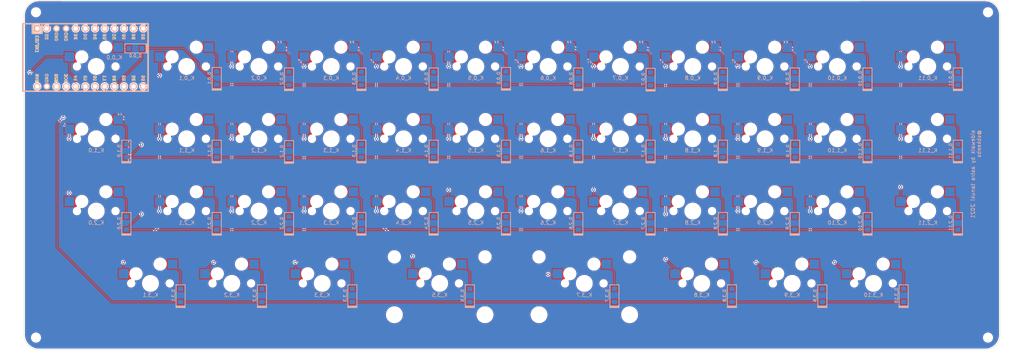
<source format=kicad_pcb>
(kicad_pcb (version 20171130) (host pcbnew 5.1.10-88a1d61d58~88~ubuntu18.04.1)
  (layers (0 F.Cu signal) (31 B.Cu signal) (34 B.Paste user) (35 F.Paste user) (36 B.SilkS user) (37 F.SilkS user) (38 B.Mask user) (39 F.Mask user) (44 Edge.Cuts user))
  (net 0 "")
  (net 1 GND)
  (net 2 "Net-(D_0,0-Pad2)")
  (net 3 "Net-(D_0,1-Pad2)")
  (net 4 "Net-(D_0,2-Pad2)")
  (net 5 "Net-(D_0,3-Pad2)")
  (net 6 "Net-(D_0,4-Pad2)")
  (net 7 "Net-(D_0,5-Pad2)")
  (net 8 "Net-(D_0,6-Pad2)")
  (net 9 "Net-(D_0,7-Pad2)")
  (net 10 "Net-(D_0,8-Pad2)")
  (net 11 "Net-(D_0,9-Pad2)")
  (net 12 "Net-(D_0,10-Pad2)")
  (net 13 "Net-(D_0,11-Pad2)")
  (net 14 "Net-(D_1,0-Pad2)")
  (net 15 "Net-(D_1,1-Pad2)")
  (net 16 "Net-(D_1,2-Pad2)")
  (net 17 "Net-(D_1,3-Pad2)")
  (net 18 "Net-(D_1,4-Pad2)")
  (net 19 "Net-(D_1,5-Pad2)")
  (net 20 "Net-(D_1,6-Pad2)")
  (net 21 "Net-(D_1,7-Pad2)")
  (net 22 "Net-(D_1,8-Pad2)")
  (net 23 "Net-(D_1,9-Pad2)")
  (net 24 "Net-(D_1,10-Pad2)")
  (net 25 "Net-(D_1,11-Pad2)")
  (net 26 "Net-(D_2,0-Pad2)")
  (net 27 "Net-(D_2,1-Pad2)")
  (net 28 "Net-(D_2,2-Pad2)")
  (net 29 "Net-(D_2,3-Pad2)")
  (net 30 "Net-(D_2,4-Pad2)")
  (net 31 "Net-(D_2,5-Pad2)")
  (net 32 "Net-(D_2,6-Pad2)")
  (net 33 "Net-(D_2,7-Pad2)")
  (net 34 "Net-(D_2,8-Pad2)")
  (net 35 "Net-(D_2,9-Pad2)")
  (net 36 "Net-(D_2,10-Pad2)")
  (net 37 "Net-(D_2,11-Pad2)")
  (net 38 "Net-(D_3,1-Pad2)")
  (net 39 "Net-(D_3,2-Pad2)")
  (net 40 "Net-(D_3,3-Pad2)")
  (net 41 "Net-(D_3,5-Pad2)")
  (net 42 "Net-(D_3,7-Pad2)")
  (net 43 "Net-(D_3,8-Pad2)")
  (net 44 "Net-(D_3,9-Pad2)")
  (net 45 "Net-(D_3,10-Pad2)")
  (net 46 "Net-(U1-Pad21)")
  (net 47 "Net-(U1-Pad22)")
  (net 48 "Net-(U1-Pad24)")
  (net 49 row0)
  (net 50 row1)
  (net 51 row2)
  (net 52 row3)
  (net 53 col10)
  (net 54 col1)
  (net 55 col2)
  (net 56 col3)
  (net 57 col4)
  (net 58 col5)
  (net 59 col6)
  (net 60 col7)
  (net 61 col8)
  (net 62 col9)
  (net 63 col11)
  (net 64 col0)
  (net 65 "Net-(U1-Pad15)")
  (net 66 "Net-(U1-Pad14)")
  (module MountingHole:MountingHole_2.2mm_M2 (layer F.Cu) (at 241.2848 73.0204)
    (fp_text reference REF** hide)
    (fp_text value MountingHole_2.2mm_M2)
    (pad 1 np_thru_hole circle (at 0 0) (size 2.2 2.2) (drill 2.2) (layers *.Cu *.Mask))
  )
  (module MountingHole:MountingHole_2.2mm_M2 (layer F.Cu) (at 241.2848 -12.6992)
    (fp_text reference REF** hide)
    (fp_text value MountingHole_2.2mm_M2)
    (pad 1 np_thru_hole circle (at 0 0) (size 2.2 2.2) (drill 2.2) (layers *.Cu *.Mask))
  )
  (module MountingHole:MountingHole_2.2mm_M2 (layer F.Cu) (at -9.5244 73.0204)
    (fp_text reference REF** hide)
    (fp_text value MountingHole_2.2mm_M2)
    (pad 1 np_thru_hole circle (at 0 0) (size 2.2 2.2) (drill 2.2) (layers *.Cu *.Mask))
  )
  (module MountingHole:MountingHole_2.2mm_M2 (layer F.Cu) (at -9.5244 -12.6992)
    (fp_text reference REF** hide)
    (fp_text value MountingHole_2.2mm_M2)
    (pad 1 np_thru_hole circle (at 0 0) (size 2.2 2.2) (drill 2.2) (layers *.Cu *.Mask))
  )
  (module silkscreens:star_single_cu (layer F.Cu) (at 233.3478 62.7023)
    (fp_text reference G*** hide)
    (fp_text value LOGO hide)
  )
  (module MX_ALPS_Hybrid:MXOnly-1.25U-Hotswap (layer F.Cu) (at 189.6943 58.7338)
    (fp_text reference K_3,9)
    (fp_text value KEYSW)
    (fp_text user %R (at 0 3.048) (layer B.SilkS) (effects (justify mirror)))
    (pad 2 smd rect (at 5.842 -5.08) (size 2.55 2.5) (layers B.Cu B.Paste B.Mask) (net 44 "Net-(D_3,9-Pad2)"))
    (pad 1 smd rect (at -7.085 -2.54) (size 2.55 2.5) (layers B.Cu B.Paste B.Mask) (net 62 col9))
    (pad "" np_thru_hole circle (at 5.08 0 48.0996) (size 1.75 1.75) (drill 1.75) (layers *.Cu *.Mask))
    (pad "" np_thru_hole circle (at -5.08 0 48.0996) (size 1.75 1.75) (drill 1.75) (layers *.Cu *.Mask))
    (pad "" np_thru_hole circle (at -3.81 -2.54) (size 3 3) (drill 3) (layers *.Cu *.Mask))
    (pad "" np_thru_hole circle (at 0 0) (size 3.9878 3.9878) (drill 3.9878) (layers *.Cu *.Mask))
    (pad "" np_thru_hole circle (at 2.54 -5.08) (size 3 3) (drill 3) (layers *.Cu *.Mask))
  )
  (module MX_ALPS_Hybrid:MXOnly-1.25U-Hotswap (layer F.Cu) (at 42.0661 58.7338)
    (fp_text reference K_3,2)
    (fp_text value KEYSW)
    (fp_text user %R (at 0 3.048) (layer B.SilkS) (effects (justify mirror)))
    (pad 2 smd rect (at 5.842 -5.08) (size 2.55 2.5) (layers B.Cu B.Paste B.Mask) (net 39 "Net-(D_3,2-Pad2)"))
    (pad 1 smd rect (at -7.085 -2.54) (size 2.55 2.5) (layers B.Cu B.Paste B.Mask) (net 55 col2))
    (pad "" np_thru_hole circle (at 5.08 0 48.0996) (size 1.75 1.75) (drill 1.75) (layers *.Cu *.Mask))
    (pad "" np_thru_hole circle (at -5.08 0 48.0996) (size 1.75 1.75) (drill 1.75) (layers *.Cu *.Mask))
    (pad "" np_thru_hole circle (at -3.81 -2.54) (size 3 3) (drill 3) (layers *.Cu *.Mask))
    (pad "" np_thru_hole circle (at 0 0) (size 3.9878 3.9878) (drill 3.9878) (layers *.Cu *.Mask))
    (pad "" np_thru_hole circle (at 2.54 -5.08) (size 3 3) (drill 3) (layers *.Cu *.Mask))
  )
  (module MX_ALPS_Hybrid:MXOnly-1.25U-Hotswap (layer F.Cu) (at 165.8833 58.7338)
    (fp_text reference K_3,8)
    (fp_text value KEYSW)
    (fp_text user %R (at 0 3.048) (layer B.SilkS) (effects (justify mirror)))
    (pad 2 smd rect (at 5.842 -5.08) (size 2.55 2.5) (layers B.Cu B.Paste B.Mask) (net 43 "Net-(D_3,8-Pad2)"))
    (pad 1 smd rect (at -7.085 -2.54) (size 2.55 2.5) (layers B.Cu B.Paste B.Mask) (net 61 col8))
    (pad "" np_thru_hole circle (at 5.08 0 48.0996) (size 1.75 1.75) (drill 1.75) (layers *.Cu *.Mask))
    (pad "" np_thru_hole circle (at -5.08 0 48.0996) (size 1.75 1.75) (drill 1.75) (layers *.Cu *.Mask))
    (pad "" np_thru_hole circle (at -3.81 -2.54) (size 3 3) (drill 3) (layers *.Cu *.Mask))
    (pad "" np_thru_hole circle (at 0 0) (size 3.9878 3.9878) (drill 3.9878) (layers *.Cu *.Mask))
    (pad "" np_thru_hole circle (at 2.54 -5.08) (size 3 3) (drill 3) (layers *.Cu *.Mask))
  )
  (module MX_ALPS_Hybrid:MXOnly-1.25U-Hotswap (layer F.Cu) (at 65.8771 58.7338)
    (fp_text reference K_3,3)
    (fp_text value KEYSW)
    (fp_text user %R (at 0 3.048) (layer B.SilkS) (effects (justify mirror)))
    (pad 2 smd rect (at 5.842 -5.08) (size 2.55 2.5) (layers B.Cu B.Paste B.Mask) (net 40 "Net-(D_3,3-Pad2)"))
    (pad 1 smd rect (at -7.085 -2.54) (size 2.55 2.5) (layers B.Cu B.Paste B.Mask) (net 56 col3))
    (pad "" np_thru_hole circle (at 5.08 0 48.0996) (size 1.75 1.75) (drill 1.75) (layers *.Cu *.Mask))
    (pad "" np_thru_hole circle (at -5.08 0 48.0996) (size 1.75 1.75) (drill 1.75) (layers *.Cu *.Mask))
    (pad "" np_thru_hole circle (at -3.81 -2.54) (size 3 3) (drill 3) (layers *.Cu *.Mask))
    (pad "" np_thru_hole circle (at 0 0) (size 3.9878 3.9878) (drill 3.9878) (layers *.Cu *.Mask))
    (pad "" np_thru_hole circle (at 2.54 -5.08) (size 3 3) (drill 3) (layers *.Cu *.Mask))
  )
  (module MX_ALPS_Hybrid:MXOnly-1U-Hotswap (layer F.Cu) (at 211.1242 58.7338)
    (fp_text reference K_3,10)
    (fp_text value KEYSW)
    (fp_text user %R (at 0 3.048) (layer B.SilkS) (effects (justify mirror)))
    (pad 2 smd rect (at 5.842 -5.08) (size 2.55 2.5) (layers B.Cu B.Paste B.Mask) (net 45 "Net-(D_3,10-Pad2)"))
    (pad 1 smd rect (at -7.085 -2.54) (size 2.55 2.5) (layers B.Cu B.Paste B.Mask) (net 53 col10))
    (pad "" np_thru_hole circle (at 5.08 0 48.0996) (size 1.75 1.75) (drill 1.75) (layers *.Cu *.Mask))
    (pad "" np_thru_hole circle (at -5.08 0 48.0996) (size 1.75 1.75) (drill 1.75) (layers *.Cu *.Mask))
    (pad "" np_thru_hole circle (at -3.81 -2.54) (size 3 3) (drill 3) (layers *.Cu *.Mask))
    (pad "" np_thru_hole circle (at 0 0) (size 3.9878 3.9878) (drill 3.9878) (layers *.Cu *.Mask))
    (pad "" np_thru_hole circle (at 2.54 -5.08) (size 3 3) (drill 3) (layers *.Cu *.Mask))
  )
  (module MX_ALPS_Hybrid:MXOnly-2U-Hotswap (layer F.Cu) (at 134.929 58.7338)
    (fp_text reference K_3,7)
    (fp_text value KEYSW)
    (fp_text user %R (at 0 3.048) (layer B.SilkS) (effects (justify mirror)))
    (pad "" np_thru_hole circle (at -11.938 8.255) (size 3.9878 3.9878) (drill 3.9878) (layers *.Cu *.Mask))
    (pad "" np_thru_hole circle (at 11.938 8.255) (size 3.9878 3.9878) (drill 3.9878) (layers *.Cu *.Mask))
    (pad "" np_thru_hole circle (at -11.938 -6.985) (size 3.048 3.048) (drill 3.048) (layers *.Cu *.Mask))
    (pad "" np_thru_hole circle (at 11.938 -6.985) (size 3.048 3.048) (drill 3.048) (layers *.Cu *.Mask))
    (pad 2 smd rect (at 5.842 -5.08) (size 2.55 2.5) (layers B.Cu B.Paste B.Mask) (net 42 "Net-(D_3,7-Pad2)"))
    (pad 1 smd rect (at -7.085 -2.54) (size 2.55 2.5) (layers B.Cu B.Paste B.Mask) (net 59 col6))
    (pad "" np_thru_hole circle (at 5.08 0 48.0996) (size 1.75 1.75) (drill 1.75) (layers *.Cu *.Mask))
    (pad "" np_thru_hole circle (at -5.08 0 48.0996) (size 1.75 1.75) (drill 1.75) (layers *.Cu *.Mask))
    (pad "" np_thru_hole circle (at -3.81 -2.54) (size 3 3) (drill 3) (layers *.Cu *.Mask))
    (pad "" np_thru_hole circle (at 0 0) (size 3.9878 3.9878) (drill 3.9878) (layers *.Cu *.Mask))
    (pad "" np_thru_hole circle (at 2.54 -5.08) (size 3 3) (drill 3) (layers *.Cu *.Mask))
  )
  (module MX_ALPS_Hybrid:MXOnly-2U-Hotswap (layer F.Cu) (at 96.8314 58.7338)
    (fp_text reference K_3,5)
    (fp_text value KEYSW)
    (fp_text user %R (at 0 3.048) (layer B.SilkS) (effects (justify mirror)))
    (pad "" np_thru_hole circle (at -11.938 8.255) (size 3.9878 3.9878) (drill 3.9878) (layers *.Cu *.Mask))
    (pad "" np_thru_hole circle (at 11.938 8.255) (size 3.9878 3.9878) (drill 3.9878) (layers *.Cu *.Mask))
    (pad "" np_thru_hole circle (at -11.938 -6.985) (size 3.048 3.048) (drill 3.048) (layers *.Cu *.Mask))
    (pad "" np_thru_hole circle (at 11.938 -6.985) (size 3.048 3.048) (drill 3.048) (layers *.Cu *.Mask))
    (pad 2 smd rect (at 5.842 -5.08) (size 2.55 2.5) (layers B.Cu B.Paste B.Mask) (net 41 "Net-(D_3,5-Pad2)"))
    (pad 1 smd rect (at -7.085 -2.54) (size 2.55 2.5) (layers B.Cu B.Paste B.Mask) (net 57 col4))
    (pad "" np_thru_hole circle (at 5.08 0 48.0996) (size 1.75 1.75) (drill 1.75) (layers *.Cu *.Mask))
    (pad "" np_thru_hole circle (at -5.08 0 48.0996) (size 1.75 1.75) (drill 1.75) (layers *.Cu *.Mask))
    (pad "" np_thru_hole circle (at -3.81 -2.54) (size 3 3) (drill 3) (layers *.Cu *.Mask))
    (pad "" np_thru_hole circle (at 0 0) (size 3.9878 3.9878) (drill 3.9878) (layers *.Cu *.Mask))
    (pad "" np_thru_hole circle (at 2.54 -5.08) (size 3 3) (drill 3) (layers *.Cu *.Mask))
  )
  (module MX_ALPS_Hybrid:MXOnly-1U-Hotswap (layer F.Cu) (at 20.6362 58.7338)
    (fp_text reference K_3,1)
    (fp_text value KEYSW)
    (fp_text user %R (at 0 3.048) (layer B.SilkS) (effects (justify mirror)))
    (pad 2 smd rect (at 5.842 -5.08) (size 2.55 2.5) (layers B.Cu B.Paste B.Mask) (net 38 "Net-(D_3,1-Pad2)"))
    (pad 1 smd rect (at -7.085 -2.54) (size 2.55 2.5) (layers B.Cu B.Paste B.Mask) (net 54 col1))
    (pad "" np_thru_hole circle (at 5.08 0 48.0996) (size 1.75 1.75) (drill 1.75) (layers *.Cu *.Mask))
    (pad "" np_thru_hole circle (at -5.08 0 48.0996) (size 1.75 1.75) (drill 1.75) (layers *.Cu *.Mask))
    (pad "" np_thru_hole circle (at -3.81 -2.54) (size 3 3) (drill 3) (layers *.Cu *.Mask))
    (pad "" np_thru_hole circle (at 0 0) (size 3.9878 3.9878) (drill 3.9878) (layers *.Cu *.Mask))
    (pad "" np_thru_hole circle (at 2.54 -5.08) (size 3 3) (drill 3) (layers *.Cu *.Mask))
  )
  (module MX_ALPS_Hybrid:MXOnly-1U-Hotswap (layer F.Cu) (at 106.3558 39.685)
    (fp_text reference K_2,5)
    (fp_text value KEYSW)
    (fp_text user %R (at 0 3.048) (layer B.SilkS) (effects (justify mirror)))
    (pad 2 smd rect (at 5.842 -5.08) (size 2.55 2.5) (layers B.Cu B.Paste B.Mask) (net 31 "Net-(D_2,5-Pad2)"))
    (pad 1 smd rect (at -7.085 -2.54) (size 2.55 2.5) (layers B.Cu B.Paste B.Mask) (net 58 col5))
    (pad "" np_thru_hole circle (at 5.08 0 48.0996) (size 1.75 1.75) (drill 1.75) (layers *.Cu *.Mask))
    (pad "" np_thru_hole circle (at -5.08 0 48.0996) (size 1.75 1.75) (drill 1.75) (layers *.Cu *.Mask))
    (pad "" np_thru_hole circle (at -3.81 -2.54) (size 3 3) (drill 3) (layers *.Cu *.Mask))
    (pad "" np_thru_hole circle (at 0 0) (size 3.9878 3.9878) (drill 3.9878) (layers *.Cu *.Mask))
    (pad "" np_thru_hole circle (at 2.54 -5.08) (size 3 3) (drill 3) (layers *.Cu *.Mask))
  )
  (module MX_ALPS_Hybrid:MXOnly-1U-Hotswap (layer F.Cu) (at 49.2094 39.685)
    (fp_text reference K_2,2)
    (fp_text value KEYSW)
    (fp_text user %R (at 0 3.048) (layer B.SilkS) (effects (justify mirror)))
    (pad 2 smd rect (at 5.842 -5.08) (size 2.55 2.5) (layers B.Cu B.Paste B.Mask) (net 28 "Net-(D_2,2-Pad2)"))
    (pad 1 smd rect (at -7.085 -2.54) (size 2.55 2.5) (layers B.Cu B.Paste B.Mask) (net 55 col2))
    (pad "" np_thru_hole circle (at 5.08 0 48.0996) (size 1.75 1.75) (drill 1.75) (layers *.Cu *.Mask))
    (pad "" np_thru_hole circle (at -5.08 0 48.0996) (size 1.75 1.75) (drill 1.75) (layers *.Cu *.Mask))
    (pad "" np_thru_hole circle (at -3.81 -2.54) (size 3 3) (drill 3) (layers *.Cu *.Mask))
    (pad "" np_thru_hole circle (at 0 0) (size 3.9878 3.9878) (drill 3.9878) (layers *.Cu *.Mask))
    (pad "" np_thru_hole circle (at 2.54 -5.08) (size 3 3) (drill 3) (layers *.Cu *.Mask))
  )
  (module MX_ALPS_Hybrid:MXOnly-1U-Hotswap (layer F.Cu) (at 125.4046 39.685)
    (fp_text reference K_2,6)
    (fp_text value KEYSW)
    (fp_text user %R (at 0 3.048) (layer B.SilkS) (effects (justify mirror)))
    (pad 2 smd rect (at 5.842 -5.08) (size 2.55 2.5) (layers B.Cu B.Paste B.Mask) (net 32 "Net-(D_2,6-Pad2)"))
    (pad 1 smd rect (at -7.085 -2.54) (size 2.55 2.5) (layers B.Cu B.Paste B.Mask) (net 59 col6))
    (pad "" np_thru_hole circle (at 5.08 0 48.0996) (size 1.75 1.75) (drill 1.75) (layers *.Cu *.Mask))
    (pad "" np_thru_hole circle (at -5.08 0 48.0996) (size 1.75 1.75) (drill 1.75) (layers *.Cu *.Mask))
    (pad "" np_thru_hole circle (at -3.81 -2.54) (size 3 3) (drill 3) (layers *.Cu *.Mask))
    (pad "" np_thru_hole circle (at 0 0) (size 3.9878 3.9878) (drill 3.9878) (layers *.Cu *.Mask))
    (pad "" np_thru_hole circle (at 2.54 -5.08) (size 3 3) (drill 3) (layers *.Cu *.Mask))
  )
  (module MX_ALPS_Hybrid:MXOnly-1U-Hotswap (layer F.Cu) (at 30.1606 39.685)
    (fp_text reference K_2,1)
    (fp_text value KEYSW)
    (fp_text user %R (at 0 3.048) (layer B.SilkS) (effects (justify mirror)))
    (pad 2 smd rect (at 5.842 -5.08) (size 2.55 2.5) (layers B.Cu B.Paste B.Mask) (net 27 "Net-(D_2,1-Pad2)"))
    (pad 1 smd rect (at -7.085 -2.54) (size 2.55 2.5) (layers B.Cu B.Paste B.Mask) (net 54 col1))
    (pad "" np_thru_hole circle (at 5.08 0 48.0996) (size 1.75 1.75) (drill 1.75) (layers *.Cu *.Mask))
    (pad "" np_thru_hole circle (at -5.08 0 48.0996) (size 1.75 1.75) (drill 1.75) (layers *.Cu *.Mask))
    (pad "" np_thru_hole circle (at -3.81 -2.54) (size 3 3) (drill 3) (layers *.Cu *.Mask))
    (pad "" np_thru_hole circle (at 0 0) (size 3.9878 3.9878) (drill 3.9878) (layers *.Cu *.Mask))
    (pad "" np_thru_hole circle (at 2.54 -5.08) (size 3 3) (drill 3) (layers *.Cu *.Mask))
  )
  (module MX_ALPS_Hybrid:MXOnly-1U-Hotswap (layer F.Cu) (at 144.4534 39.685)
    (fp_text reference K_2,7)
    (fp_text value KEYSW)
    (fp_text user %R (at 0 3.048) (layer B.SilkS) (effects (justify mirror)))
    (pad 2 smd rect (at 5.842 -5.08) (size 2.55 2.5) (layers B.Cu B.Paste B.Mask) (net 33 "Net-(D_2,7-Pad2)"))
    (pad 1 smd rect (at -7.085 -2.54) (size 2.55 2.5) (layers B.Cu B.Paste B.Mask) (net 60 col7))
    (pad "" np_thru_hole circle (at 5.08 0 48.0996) (size 1.75 1.75) (drill 1.75) (layers *.Cu *.Mask))
    (pad "" np_thru_hole circle (at -5.08 0 48.0996) (size 1.75 1.75) (drill 1.75) (layers *.Cu *.Mask))
    (pad "" np_thru_hole circle (at -3.81 -2.54) (size 3 3) (drill 3) (layers *.Cu *.Mask))
    (pad "" np_thru_hole circle (at 0 0) (size 3.9878 3.9878) (drill 3.9878) (layers *.Cu *.Mask))
    (pad "" np_thru_hole circle (at 2.54 -5.08) (size 3 3) (drill 3) (layers *.Cu *.Mask))
  )
  (module MX_ALPS_Hybrid:MXOnly-1.5U-Hotswap (layer F.Cu) (at 6.3496 39.685)
    (fp_text reference K_2,0)
    (fp_text value KEYSW)
    (fp_text user %R (at 0 3.048) (layer B.SilkS) (effects (justify mirror)))
    (pad 2 smd rect (at 5.842 -5.08) (size 2.55 2.5) (layers B.Cu B.Paste B.Mask) (net 26 "Net-(D_2,0-Pad2)"))
    (pad 1 smd rect (at -7.085 -2.54) (size 2.55 2.5) (layers B.Cu B.Paste B.Mask) (net 64 col0))
    (pad "" np_thru_hole circle (at 5.08 0 48.0996) (size 1.75 1.75) (drill 1.75) (layers *.Cu *.Mask))
    (pad "" np_thru_hole circle (at -5.08 0 48.0996) (size 1.75 1.75) (drill 1.75) (layers *.Cu *.Mask))
    (pad "" np_thru_hole circle (at -3.81 -2.54) (size 3 3) (drill 3) (layers *.Cu *.Mask))
    (pad "" np_thru_hole circle (at 0 0) (size 3.9878 3.9878) (drill 3.9878) (layers *.Cu *.Mask))
    (pad "" np_thru_hole circle (at 2.54 -5.08) (size 3 3) (drill 3) (layers *.Cu *.Mask))
  )
  (module MX_ALPS_Hybrid:MXOnly-1U-Hotswap (layer F.Cu) (at 163.5022 39.685)
    (fp_text reference K_2,8)
    (fp_text value KEYSW)
    (fp_text user %R (at 0 3.048) (layer B.SilkS) (effects (justify mirror)))
    (pad 2 smd rect (at 5.842 -5.08) (size 2.55 2.5) (layers B.Cu B.Paste B.Mask) (net 34 "Net-(D_2,8-Pad2)"))
    (pad 1 smd rect (at -7.085 -2.54) (size 2.55 2.5) (layers B.Cu B.Paste B.Mask) (net 61 col8))
    (pad "" np_thru_hole circle (at 5.08 0 48.0996) (size 1.75 1.75) (drill 1.75) (layers *.Cu *.Mask))
    (pad "" np_thru_hole circle (at -5.08 0 48.0996) (size 1.75 1.75) (drill 1.75) (layers *.Cu *.Mask))
    (pad "" np_thru_hole circle (at -3.81 -2.54) (size 3 3) (drill 3) (layers *.Cu *.Mask))
    (pad "" np_thru_hole circle (at 0 0) (size 3.9878 3.9878) (drill 3.9878) (layers *.Cu *.Mask))
    (pad "" np_thru_hole circle (at 2.54 -5.08) (size 3 3) (drill 3) (layers *.Cu *.Mask))
  )
  (module MX_ALPS_Hybrid:MXOnly-1U-Hotswap (layer F.Cu) (at 68.2582 39.685)
    (fp_text reference K_2,3)
    (fp_text value KEYSW)
    (fp_text user %R (at 0 3.048) (layer B.SilkS) (effects (justify mirror)))
    (pad 2 smd rect (at 5.842 -5.08) (size 2.55 2.5) (layers B.Cu B.Paste B.Mask) (net 29 "Net-(D_2,3-Pad2)"))
    (pad 1 smd rect (at -7.085 -2.54) (size 2.55 2.5) (layers B.Cu B.Paste B.Mask) (net 56 col3))
    (pad "" np_thru_hole circle (at 5.08 0 48.0996) (size 1.75 1.75) (drill 1.75) (layers *.Cu *.Mask))
    (pad "" np_thru_hole circle (at -5.08 0 48.0996) (size 1.75 1.75) (drill 1.75) (layers *.Cu *.Mask))
    (pad "" np_thru_hole circle (at -3.81 -2.54) (size 3 3) (drill 3) (layers *.Cu *.Mask))
    (pad "" np_thru_hole circle (at 0 0) (size 3.9878 3.9878) (drill 3.9878) (layers *.Cu *.Mask))
    (pad "" np_thru_hole circle (at 2.54 -5.08) (size 3 3) (drill 3) (layers *.Cu *.Mask))
  )
  (module MX_ALPS_Hybrid:MXOnly-1U-Hotswap (layer F.Cu) (at 182.551 39.685)
    (fp_text reference K_2,9)
    (fp_text value KEYSW)
    (fp_text user %R (at 0 3.048) (layer B.SilkS) (effects (justify mirror)))
    (pad 2 smd rect (at 5.842 -5.08) (size 2.55 2.5) (layers B.Cu B.Paste B.Mask) (net 35 "Net-(D_2,9-Pad2)"))
    (pad 1 smd rect (at -7.085 -2.54) (size 2.55 2.5) (layers B.Cu B.Paste B.Mask) (net 62 col9))
    (pad "" np_thru_hole circle (at 5.08 0 48.0996) (size 1.75 1.75) (drill 1.75) (layers *.Cu *.Mask))
    (pad "" np_thru_hole circle (at -5.08 0 48.0996) (size 1.75 1.75) (drill 1.75) (layers *.Cu *.Mask))
    (pad "" np_thru_hole circle (at -3.81 -2.54) (size 3 3) (drill 3) (layers *.Cu *.Mask))
    (pad "" np_thru_hole circle (at 0 0) (size 3.9878 3.9878) (drill 3.9878) (layers *.Cu *.Mask))
    (pad "" np_thru_hole circle (at 2.54 -5.08) (size 3 3) (drill 3) (layers *.Cu *.Mask))
  )
  (module MX_ALPS_Hybrid:MXOnly-1.5U-Hotswap (layer F.Cu) (at 225.4108 39.685)
    (fp_text reference K_2,11)
    (fp_text value KEYSW)
    (fp_text user %R (at 0 3.048) (layer B.SilkS) (effects (justify mirror)))
    (pad 2 smd rect (at 5.842 -5.08) (size 2.55 2.5) (layers B.Cu B.Paste B.Mask) (net 37 "Net-(D_2,11-Pad2)"))
    (pad 1 smd rect (at -7.085 -2.54) (size 2.55 2.5) (layers B.Cu B.Paste B.Mask) (net 63 col11))
    (pad "" np_thru_hole circle (at 5.08 0 48.0996) (size 1.75 1.75) (drill 1.75) (layers *.Cu *.Mask))
    (pad "" np_thru_hole circle (at -5.08 0 48.0996) (size 1.75 1.75) (drill 1.75) (layers *.Cu *.Mask))
    (pad "" np_thru_hole circle (at -3.81 -2.54) (size 3 3) (drill 3) (layers *.Cu *.Mask))
    (pad "" np_thru_hole circle (at 0 0) (size 3.9878 3.9878) (drill 3.9878) (layers *.Cu *.Mask))
    (pad "" np_thru_hole circle (at 2.54 -5.08) (size 3 3) (drill 3) (layers *.Cu *.Mask))
  )
  (module MX_ALPS_Hybrid:MXOnly-1U-Hotswap (layer F.Cu) (at 87.307 39.685)
    (fp_text reference K_2,4)
    (fp_text value KEYSW)
    (fp_text user %R (at 0 3.048) (layer B.SilkS) (effects (justify mirror)))
    (pad 2 smd rect (at 5.842 -5.08) (size 2.55 2.5) (layers B.Cu B.Paste B.Mask) (net 30 "Net-(D_2,4-Pad2)"))
    (pad 1 smd rect (at -7.085 -2.54) (size 2.55 2.5) (layers B.Cu B.Paste B.Mask) (net 57 col4))
    (pad "" np_thru_hole circle (at 5.08 0 48.0996) (size 1.75 1.75) (drill 1.75) (layers *.Cu *.Mask))
    (pad "" np_thru_hole circle (at -5.08 0 48.0996) (size 1.75 1.75) (drill 1.75) (layers *.Cu *.Mask))
    (pad "" np_thru_hole circle (at -3.81 -2.54) (size 3 3) (drill 3) (layers *.Cu *.Mask))
    (pad "" np_thru_hole circle (at 0 0) (size 3.9878 3.9878) (drill 3.9878) (layers *.Cu *.Mask))
    (pad "" np_thru_hole circle (at 2.54 -5.08) (size 3 3) (drill 3) (layers *.Cu *.Mask))
  )
  (module MX_ALPS_Hybrid:MXOnly-1U-Hotswap (layer F.Cu) (at 201.5998 39.685)
    (fp_text reference K_2,10)
    (fp_text value KEYSW)
    (fp_text user %R (at 0 3.048) (layer B.SilkS) (effects (justify mirror)))
    (pad 2 smd rect (at 5.842 -5.08) (size 2.55 2.5) (layers B.Cu B.Paste B.Mask) (net 36 "Net-(D_2,10-Pad2)"))
    (pad 1 smd rect (at -7.085 -2.54) (size 2.55 2.5) (layers B.Cu B.Paste B.Mask) (net 53 col10))
    (pad "" np_thru_hole circle (at 5.08 0 48.0996) (size 1.75 1.75) (drill 1.75) (layers *.Cu *.Mask))
    (pad "" np_thru_hole circle (at -5.08 0 48.0996) (size 1.75 1.75) (drill 1.75) (layers *.Cu *.Mask))
    (pad "" np_thru_hole circle (at -3.81 -2.54) (size 3 3) (drill 3) (layers *.Cu *.Mask))
    (pad "" np_thru_hole circle (at 0 0) (size 3.9878 3.9878) (drill 3.9878) (layers *.Cu *.Mask))
    (pad "" np_thru_hole circle (at 2.54 -5.08) (size 3 3) (drill 3) (layers *.Cu *.Mask))
  )
  (module MX_ALPS_Hybrid:MXOnly-1U-Hotswap (layer F.Cu) (at 182.551 20.6362)
    (fp_text reference K_1,9)
    (fp_text value KEYSW)
    (fp_text user %R (at 0 3.048) (layer B.SilkS) (effects (justify mirror)))
    (pad 2 smd rect (at 5.842 -5.08) (size 2.55 2.5) (layers B.Cu B.Paste B.Mask) (net 23 "Net-(D_1,9-Pad2)"))
    (pad 1 smd rect (at -7.085 -2.54) (size 2.55 2.5) (layers B.Cu B.Paste B.Mask) (net 62 col9))
    (pad "" np_thru_hole circle (at 5.08 0 48.0996) (size 1.75 1.75) (drill 1.75) (layers *.Cu *.Mask))
    (pad "" np_thru_hole circle (at -5.08 0 48.0996) (size 1.75 1.75) (drill 1.75) (layers *.Cu *.Mask))
    (pad "" np_thru_hole circle (at -3.81 -2.54) (size 3 3) (drill 3) (layers *.Cu *.Mask))
    (pad "" np_thru_hole circle (at 0 0) (size 3.9878 3.9878) (drill 3.9878) (layers *.Cu *.Mask))
    (pad "" np_thru_hole circle (at 2.54 -5.08) (size 3 3) (drill 3) (layers *.Cu *.Mask))
  )
  (module MX_ALPS_Hybrid:MXOnly-1U-Hotswap (layer F.Cu) (at 163.5022 20.6362)
    (fp_text reference K_1,8)
    (fp_text value KEYSW)
    (fp_text user %R (at 0 3.048) (layer B.SilkS) (effects (justify mirror)))
    (pad 2 smd rect (at 5.842 -5.08) (size 2.55 2.5) (layers B.Cu B.Paste B.Mask) (net 22 "Net-(D_1,8-Pad2)"))
    (pad 1 smd rect (at -7.085 -2.54) (size 2.55 2.5) (layers B.Cu B.Paste B.Mask) (net 61 col8))
    (pad "" np_thru_hole circle (at 5.08 0 48.0996) (size 1.75 1.75) (drill 1.75) (layers *.Cu *.Mask))
    (pad "" np_thru_hole circle (at -5.08 0 48.0996) (size 1.75 1.75) (drill 1.75) (layers *.Cu *.Mask))
    (pad "" np_thru_hole circle (at -3.81 -2.54) (size 3 3) (drill 3) (layers *.Cu *.Mask))
    (pad "" np_thru_hole circle (at 0 0) (size 3.9878 3.9878) (drill 3.9878) (layers *.Cu *.Mask))
    (pad "" np_thru_hole circle (at 2.54 -5.08) (size 3 3) (drill 3) (layers *.Cu *.Mask))
  )
  (module MX_ALPS_Hybrid:MXOnly-1.5U-Hotswap (layer F.Cu) (at 225.4108 20.6362)
    (fp_text reference K_1,11)
    (fp_text value KEYSW)
    (fp_text user %R (at 0 3.048) (layer B.SilkS) (effects (justify mirror)))
    (pad 2 smd rect (at 5.842 -5.08) (size 2.55 2.5) (layers B.Cu B.Paste B.Mask) (net 25 "Net-(D_1,11-Pad2)"))
    (pad 1 smd rect (at -7.085 -2.54) (size 2.55 2.5) (layers B.Cu B.Paste B.Mask) (net 63 col11))
    (pad "" np_thru_hole circle (at 5.08 0 48.0996) (size 1.75 1.75) (drill 1.75) (layers *.Cu *.Mask))
    (pad "" np_thru_hole circle (at -5.08 0 48.0996) (size 1.75 1.75) (drill 1.75) (layers *.Cu *.Mask))
    (pad "" np_thru_hole circle (at -3.81 -2.54) (size 3 3) (drill 3) (layers *.Cu *.Mask))
    (pad "" np_thru_hole circle (at 0 0) (size 3.9878 3.9878) (drill 3.9878) (layers *.Cu *.Mask))
    (pad "" np_thru_hole circle (at 2.54 -5.08) (size 3 3) (drill 3) (layers *.Cu *.Mask))
  )
  (module MX_ALPS_Hybrid:MXOnly-1U-Hotswap (layer F.Cu) (at 125.4046 20.6362)
    (fp_text reference K_1,6)
    (fp_text value KEYSW)
    (fp_text user %R (at 0 3.048) (layer B.SilkS) (effects (justify mirror)))
    (pad 2 smd rect (at 5.842 -5.08) (size 2.55 2.5) (layers B.Cu B.Paste B.Mask) (net 20 "Net-(D_1,6-Pad2)"))
    (pad 1 smd rect (at -7.085 -2.54) (size 2.55 2.5) (layers B.Cu B.Paste B.Mask) (net 59 col6))
    (pad "" np_thru_hole circle (at 5.08 0 48.0996) (size 1.75 1.75) (drill 1.75) (layers *.Cu *.Mask))
    (pad "" np_thru_hole circle (at -5.08 0 48.0996) (size 1.75 1.75) (drill 1.75) (layers *.Cu *.Mask))
    (pad "" np_thru_hole circle (at -3.81 -2.54) (size 3 3) (drill 3) (layers *.Cu *.Mask))
    (pad "" np_thru_hole circle (at 0 0) (size 3.9878 3.9878) (drill 3.9878) (layers *.Cu *.Mask))
    (pad "" np_thru_hole circle (at 2.54 -5.08) (size 3 3) (drill 3) (layers *.Cu *.Mask))
  )
  (module MX_ALPS_Hybrid:MXOnly-1U-Hotswap (layer F.Cu) (at 106.3558 20.6362)
    (fp_text reference K_1,5)
    (fp_text value KEYSW)
    (fp_text user %R (at 0 3.048) (layer B.SilkS) (effects (justify mirror)))
    (pad 2 smd rect (at 5.842 -5.08) (size 2.55 2.5) (layers B.Cu B.Paste B.Mask) (net 19 "Net-(D_1,5-Pad2)"))
    (pad 1 smd rect (at -7.085 -2.54) (size 2.55 2.5) (layers B.Cu B.Paste B.Mask) (net 58 col5))
    (pad "" np_thru_hole circle (at 5.08 0 48.0996) (size 1.75 1.75) (drill 1.75) (layers *.Cu *.Mask))
    (pad "" np_thru_hole circle (at -5.08 0 48.0996) (size 1.75 1.75) (drill 1.75) (layers *.Cu *.Mask))
    (pad "" np_thru_hole circle (at -3.81 -2.54) (size 3 3) (drill 3) (layers *.Cu *.Mask))
    (pad "" np_thru_hole circle (at 0 0) (size 3.9878 3.9878) (drill 3.9878) (layers *.Cu *.Mask))
    (pad "" np_thru_hole circle (at 2.54 -5.08) (size 3 3) (drill 3) (layers *.Cu *.Mask))
  )
  (module MX_ALPS_Hybrid:MXOnly-1U-Hotswap (layer F.Cu) (at 87.307 20.6362)
    (fp_text reference K_1,4)
    (fp_text value KEYSW)
    (fp_text user %R (at 0 3.048) (layer B.SilkS) (effects (justify mirror)))
    (pad 2 smd rect (at 5.842 -5.08) (size 2.55 2.5) (layers B.Cu B.Paste B.Mask) (net 18 "Net-(D_1,4-Pad2)"))
    (pad 1 smd rect (at -7.085 -2.54) (size 2.55 2.5) (layers B.Cu B.Paste B.Mask) (net 57 col4))
    (pad "" np_thru_hole circle (at 5.08 0 48.0996) (size 1.75 1.75) (drill 1.75) (layers *.Cu *.Mask))
    (pad "" np_thru_hole circle (at -5.08 0 48.0996) (size 1.75 1.75) (drill 1.75) (layers *.Cu *.Mask))
    (pad "" np_thru_hole circle (at -3.81 -2.54) (size 3 3) (drill 3) (layers *.Cu *.Mask))
    (pad "" np_thru_hole circle (at 0 0) (size 3.9878 3.9878) (drill 3.9878) (layers *.Cu *.Mask))
    (pad "" np_thru_hole circle (at 2.54 -5.08) (size 3 3) (drill 3) (layers *.Cu *.Mask))
  )
  (module MX_ALPS_Hybrid:MXOnly-1U-Hotswap (layer F.Cu) (at 68.2582 20.6362)
    (fp_text reference K_1,3)
    (fp_text value KEYSW)
    (fp_text user %R (at 0 3.048) (layer B.SilkS) (effects (justify mirror)))
    (pad 2 smd rect (at 5.842 -5.08) (size 2.55 2.5) (layers B.Cu B.Paste B.Mask) (net 17 "Net-(D_1,3-Pad2)"))
    (pad 1 smd rect (at -7.085 -2.54) (size 2.55 2.5) (layers B.Cu B.Paste B.Mask) (net 56 col3))
    (pad "" np_thru_hole circle (at 5.08 0 48.0996) (size 1.75 1.75) (drill 1.75) (layers *.Cu *.Mask))
    (pad "" np_thru_hole circle (at -5.08 0 48.0996) (size 1.75 1.75) (drill 1.75) (layers *.Cu *.Mask))
    (pad "" np_thru_hole circle (at -3.81 -2.54) (size 3 3) (drill 3) (layers *.Cu *.Mask))
    (pad "" np_thru_hole circle (at 0 0) (size 3.9878 3.9878) (drill 3.9878) (layers *.Cu *.Mask))
    (pad "" np_thru_hole circle (at 2.54 -5.08) (size 3 3) (drill 3) (layers *.Cu *.Mask))
  )
  (module MX_ALPS_Hybrid:MXOnly-1U-Hotswap (layer F.Cu) (at 49.2094 20.6362)
    (fp_text reference K_1,2)
    (fp_text value KEYSW)
    (fp_text user %R (at 0 3.048) (layer B.SilkS) (effects (justify mirror)))
    (pad 2 smd rect (at 5.842 -5.08) (size 2.55 2.5) (layers B.Cu B.Paste B.Mask) (net 16 "Net-(D_1,2-Pad2)"))
    (pad 1 smd rect (at -7.085 -2.54) (size 2.55 2.5) (layers B.Cu B.Paste B.Mask) (net 55 col2))
    (pad "" np_thru_hole circle (at 5.08 0 48.0996) (size 1.75 1.75) (drill 1.75) (layers *.Cu *.Mask))
    (pad "" np_thru_hole circle (at -5.08 0 48.0996) (size 1.75 1.75) (drill 1.75) (layers *.Cu *.Mask))
    (pad "" np_thru_hole circle (at -3.81 -2.54) (size 3 3) (drill 3) (layers *.Cu *.Mask))
    (pad "" np_thru_hole circle (at 0 0) (size 3.9878 3.9878) (drill 3.9878) (layers *.Cu *.Mask))
    (pad "" np_thru_hole circle (at 2.54 -5.08) (size 3 3) (drill 3) (layers *.Cu *.Mask))
  )
  (module MX_ALPS_Hybrid:MXOnly-1U-Hotswap (layer F.Cu) (at 30.1606 20.6362)
    (fp_text reference K_1,1)
    (fp_text value KEYSW)
    (fp_text user %R (at 0 3.048) (layer B.SilkS) (effects (justify mirror)))
    (pad 2 smd rect (at 5.842 -5.08) (size 2.55 2.5) (layers B.Cu B.Paste B.Mask) (net 15 "Net-(D_1,1-Pad2)"))
    (pad 1 smd rect (at -7.085 -2.54) (size 2.55 2.5) (layers B.Cu B.Paste B.Mask) (net 54 col1))
    (pad "" np_thru_hole circle (at 5.08 0 48.0996) (size 1.75 1.75) (drill 1.75) (layers *.Cu *.Mask))
    (pad "" np_thru_hole circle (at -5.08 0 48.0996) (size 1.75 1.75) (drill 1.75) (layers *.Cu *.Mask))
    (pad "" np_thru_hole circle (at -3.81 -2.54) (size 3 3) (drill 3) (layers *.Cu *.Mask))
    (pad "" np_thru_hole circle (at 0 0) (size 3.9878 3.9878) (drill 3.9878) (layers *.Cu *.Mask))
    (pad "" np_thru_hole circle (at 2.54 -5.08) (size 3 3) (drill 3) (layers *.Cu *.Mask))
  )
  (module MX_ALPS_Hybrid:MXOnly-1.5U-Hotswap (layer F.Cu) (at 6.3496 20.6362)
    (fp_text reference K_1,0)
    (fp_text value KEYSW)
    (fp_text user %R (at 0 3.048) (layer B.SilkS) (effects (justify mirror)))
    (pad 2 smd rect (at 5.842 -5.08) (size 2.55 2.5) (layers B.Cu B.Paste B.Mask) (net 14 "Net-(D_1,0-Pad2)"))
    (pad 1 smd rect (at -7.085 -2.54) (size 2.55 2.5) (layers B.Cu B.Paste B.Mask) (net 64 col0))
    (pad "" np_thru_hole circle (at 5.08 0 48.0996) (size 1.75 1.75) (drill 1.75) (layers *.Cu *.Mask))
    (pad "" np_thru_hole circle (at -5.08 0 48.0996) (size 1.75 1.75) (drill 1.75) (layers *.Cu *.Mask))
    (pad "" np_thru_hole circle (at -3.81 -2.54) (size 3 3) (drill 3) (layers *.Cu *.Mask))
    (pad "" np_thru_hole circle (at 0 0) (size 3.9878 3.9878) (drill 3.9878) (layers *.Cu *.Mask))
    (pad "" np_thru_hole circle (at 2.54 -5.08) (size 3 3) (drill 3) (layers *.Cu *.Mask))
  )
  (module MX_ALPS_Hybrid:MXOnly-1U-Hotswap (layer F.Cu) (at 144.4534 20.6362)
    (fp_text reference K_1,7)
    (fp_text value KEYSW)
    (fp_text user %R (at 0 3.048) (layer B.SilkS) (effects (justify mirror)))
    (pad 2 smd rect (at 5.842 -5.08) (size 2.55 2.5) (layers B.Cu B.Paste B.Mask) (net 21 "Net-(D_1,7-Pad2)"))
    (pad 1 smd rect (at -7.085 -2.54) (size 2.55 2.5) (layers B.Cu B.Paste B.Mask) (net 60 col7))
    (pad "" np_thru_hole circle (at 5.08 0 48.0996) (size 1.75 1.75) (drill 1.75) (layers *.Cu *.Mask))
    (pad "" np_thru_hole circle (at -5.08 0 48.0996) (size 1.75 1.75) (drill 1.75) (layers *.Cu *.Mask))
    (pad "" np_thru_hole circle (at -3.81 -2.54) (size 3 3) (drill 3) (layers *.Cu *.Mask))
    (pad "" np_thru_hole circle (at 0 0) (size 3.9878 3.9878) (drill 3.9878) (layers *.Cu *.Mask))
    (pad "" np_thru_hole circle (at 2.54 -5.08) (size 3 3) (drill 3) (layers *.Cu *.Mask))
  )
  (module MX_ALPS_Hybrid:MXOnly-1U-Hotswap (layer F.Cu) (at 201.5998 20.6362)
    (fp_text reference K_1,10)
    (fp_text value KEYSW)
    (fp_text user %R (at 0 3.048) (layer B.SilkS) (effects (justify mirror)))
    (pad 2 smd rect (at 5.842 -5.08) (size 2.55 2.5) (layers B.Cu B.Paste B.Mask) (net 24 "Net-(D_1,10-Pad2)"))
    (pad 1 smd rect (at -7.085 -2.54) (size 2.55 2.5) (layers B.Cu B.Paste B.Mask) (net 53 col10))
    (pad "" np_thru_hole circle (at 5.08 0 48.0996) (size 1.75 1.75) (drill 1.75) (layers *.Cu *.Mask))
    (pad "" np_thru_hole circle (at -5.08 0 48.0996) (size 1.75 1.75) (drill 1.75) (layers *.Cu *.Mask))
    (pad "" np_thru_hole circle (at -3.81 -2.54) (size 3 3) (drill 3) (layers *.Cu *.Mask))
    (pad "" np_thru_hole circle (at 0 0) (size 3.9878 3.9878) (drill 3.9878) (layers *.Cu *.Mask))
    (pad "" np_thru_hole circle (at 2.54 -5.08) (size 3 3) (drill 3) (layers *.Cu *.Mask))
  )
  (module MX_ALPS_Hybrid:MXOnly-1.5U-Hotswap (layer F.Cu) (at 6.3496 1.5874)
    (fp_text reference K_0,0)
    (fp_text value KEYSW)
    (fp_text user %R (at 4.7622 -2.3811) (layer B.SilkS) (effects (justify mirror)))
    (pad 2 smd rect (at 5.842 -5.08) (size 2.55 2.5) (layers B.Cu B.Paste B.Mask) (net 2 "Net-(D_0,0-Pad2)"))
    (pad 1 smd rect (at -7.085 -2.54) (size 2.55 2.5) (layers B.Cu B.Paste B.Mask) (net 64 col0))
    (pad "" np_thru_hole circle (at 5.08 0 48.0996) (size 1.75 1.75) (drill 1.75) (layers *.Cu *.Mask))
    (pad "" np_thru_hole circle (at -5.08 0 48.0996) (size 1.75 1.75) (drill 1.75) (layers *.Cu *.Mask))
    (pad "" np_thru_hole circle (at -3.81 -2.54) (size 3 3) (drill 3) (layers *.Cu *.Mask))
    (pad "" np_thru_hole circle (at 0 0) (size 3.9878 3.9878) (drill 3.9878) (layers *.Cu *.Mask))
    (pad "" np_thru_hole circle (at 2.54 -5.08) (size 3 3) (drill 3) (layers *.Cu *.Mask))
  )
  (module MX_ALPS_Hybrid:MXOnly-1U-Hotswap (layer F.Cu) (at 30.1606 1.5874)
    (fp_text reference K_0,1)
    (fp_text value KEYSW)
    (fp_text user %R (at 0 3.048) (layer B.SilkS) (effects (justify mirror)))
    (pad 2 smd rect (at 5.842 -5.08) (size 2.55 2.5) (layers B.Cu B.Paste B.Mask) (net 3 "Net-(D_0,1-Pad2)"))
    (pad 1 smd rect (at -7.085 -2.54) (size 2.55 2.5) (layers B.Cu B.Paste B.Mask) (net 54 col1))
    (pad "" np_thru_hole circle (at 5.08 0 48.0996) (size 1.75 1.75) (drill 1.75) (layers *.Cu *.Mask))
    (pad "" np_thru_hole circle (at -5.08 0 48.0996) (size 1.75 1.75) (drill 1.75) (layers *.Cu *.Mask))
    (pad "" np_thru_hole circle (at -3.81 -2.54) (size 3 3) (drill 3) (layers *.Cu *.Mask))
    (pad "" np_thru_hole circle (at 0 0) (size 3.9878 3.9878) (drill 3.9878) (layers *.Cu *.Mask))
    (pad "" np_thru_hole circle (at 2.54 -5.08) (size 3 3) (drill 3) (layers *.Cu *.Mask))
  )
  (module MX_ALPS_Hybrid:MXOnly-1U-Hotswap (layer F.Cu) (at 49.2094 1.5874)
    (fp_text reference K_0,2)
    (fp_text value KEYSW)
    (fp_text user %R (at 0 3.048) (layer B.SilkS) (effects (justify mirror)))
    (pad 2 smd rect (at 5.842 -5.08) (size 2.55 2.5) (layers B.Cu B.Paste B.Mask) (net 4 "Net-(D_0,2-Pad2)"))
    (pad 1 smd rect (at -7.085 -2.54) (size 2.55 2.5) (layers B.Cu B.Paste B.Mask) (net 55 col2))
    (pad "" np_thru_hole circle (at 5.08 0 48.0996) (size 1.75 1.75) (drill 1.75) (layers *.Cu *.Mask))
    (pad "" np_thru_hole circle (at -5.08 0 48.0996) (size 1.75 1.75) (drill 1.75) (layers *.Cu *.Mask))
    (pad "" np_thru_hole circle (at -3.81 -2.54) (size 3 3) (drill 3) (layers *.Cu *.Mask))
    (pad "" np_thru_hole circle (at 0 0) (size 3.9878 3.9878) (drill 3.9878) (layers *.Cu *.Mask))
    (pad "" np_thru_hole circle (at 2.54 -5.08) (size 3 3) (drill 3) (layers *.Cu *.Mask))
  )
  (module MX_ALPS_Hybrid:MXOnly-1U-Hotswap (layer F.Cu) (at 68.2582 1.5874)
    (fp_text reference K_0,3)
    (fp_text value KEYSW)
    (fp_text user %R (at 0 3.048) (layer B.SilkS) (effects (justify mirror)))
    (pad 2 smd rect (at 5.842 -5.08) (size 2.55 2.5) (layers B.Cu B.Paste B.Mask) (net 5 "Net-(D_0,3-Pad2)"))
    (pad 1 smd rect (at -7.085 -2.54) (size 2.55 2.5) (layers B.Cu B.Paste B.Mask) (net 56 col3))
    (pad "" np_thru_hole circle (at 5.08 0 48.0996) (size 1.75 1.75) (drill 1.75) (layers *.Cu *.Mask))
    (pad "" np_thru_hole circle (at -5.08 0 48.0996) (size 1.75 1.75) (drill 1.75) (layers *.Cu *.Mask))
    (pad "" np_thru_hole circle (at -3.81 -2.54) (size 3 3) (drill 3) (layers *.Cu *.Mask))
    (pad "" np_thru_hole circle (at 0 0) (size 3.9878 3.9878) (drill 3.9878) (layers *.Cu *.Mask))
    (pad "" np_thru_hole circle (at 2.54 -5.08) (size 3 3) (drill 3) (layers *.Cu *.Mask))
  )
  (module MX_ALPS_Hybrid:MXOnly-1U-Hotswap (layer F.Cu) (at 87.307 1.5874)
    (fp_text reference K_0,4)
    (fp_text value KEYSW)
    (fp_text user %R (at 0 3.048) (layer B.SilkS) (effects (justify mirror)))
    (pad 2 smd rect (at 5.842 -5.08) (size 2.55 2.5) (layers B.Cu B.Paste B.Mask) (net 6 "Net-(D_0,4-Pad2)"))
    (pad 1 smd rect (at -7.085 -2.54) (size 2.55 2.5) (layers B.Cu B.Paste B.Mask) (net 57 col4))
    (pad "" np_thru_hole circle (at 5.08 0 48.0996) (size 1.75 1.75) (drill 1.75) (layers *.Cu *.Mask))
    (pad "" np_thru_hole circle (at -5.08 0 48.0996) (size 1.75 1.75) (drill 1.75) (layers *.Cu *.Mask))
    (pad "" np_thru_hole circle (at -3.81 -2.54) (size 3 3) (drill 3) (layers *.Cu *.Mask))
    (pad "" np_thru_hole circle (at 0 0) (size 3.9878 3.9878) (drill 3.9878) (layers *.Cu *.Mask))
    (pad "" np_thru_hole circle (at 2.54 -5.08) (size 3 3) (drill 3) (layers *.Cu *.Mask))
  )
  (module MX_ALPS_Hybrid:MXOnly-1U-Hotswap (layer F.Cu) (at 106.3558 1.5874)
    (fp_text reference K_0,5)
    (fp_text value KEYSW)
    (fp_text user %R (at 0 3.048) (layer B.SilkS) (effects (justify mirror)))
    (pad 2 smd rect (at 5.842 -5.08) (size 2.55 2.5) (layers B.Cu B.Paste B.Mask) (net 7 "Net-(D_0,5-Pad2)"))
    (pad 1 smd rect (at -7.085 -2.54) (size 2.55 2.5) (layers B.Cu B.Paste B.Mask) (net 58 col5))
    (pad "" np_thru_hole circle (at 5.08 0 48.0996) (size 1.75 1.75) (drill 1.75) (layers *.Cu *.Mask))
    (pad "" np_thru_hole circle (at -5.08 0 48.0996) (size 1.75 1.75) (drill 1.75) (layers *.Cu *.Mask))
    (pad "" np_thru_hole circle (at -3.81 -2.54) (size 3 3) (drill 3) (layers *.Cu *.Mask))
    (pad "" np_thru_hole circle (at 0 0) (size 3.9878 3.9878) (drill 3.9878) (layers *.Cu *.Mask))
    (pad "" np_thru_hole circle (at 2.54 -5.08) (size 3 3) (drill 3) (layers *.Cu *.Mask))
  )
  (module MX_ALPS_Hybrid:MXOnly-1U-Hotswap (layer F.Cu) (at 125.4046 1.5874)
    (fp_text reference K_0,6)
    (fp_text value KEYSW)
    (fp_text user %R (at 0 3.048) (layer B.SilkS) (effects (justify mirror)))
    (pad 2 smd rect (at 5.842 -5.08) (size 2.55 2.5) (layers B.Cu B.Paste B.Mask) (net 8 "Net-(D_0,6-Pad2)"))
    (pad 1 smd rect (at -7.085 -2.54) (size 2.55 2.5) (layers B.Cu B.Paste B.Mask) (net 59 col6))
    (pad "" np_thru_hole circle (at 5.08 0 48.0996) (size 1.75 1.75) (drill 1.75) (layers *.Cu *.Mask))
    (pad "" np_thru_hole circle (at -5.08 0 48.0996) (size 1.75 1.75) (drill 1.75) (layers *.Cu *.Mask))
    (pad "" np_thru_hole circle (at -3.81 -2.54) (size 3 3) (drill 3) (layers *.Cu *.Mask))
    (pad "" np_thru_hole circle (at 0 0) (size 3.9878 3.9878) (drill 3.9878) (layers *.Cu *.Mask))
    (pad "" np_thru_hole circle (at 2.54 -5.08) (size 3 3) (drill 3) (layers *.Cu *.Mask))
  )
  (module MX_ALPS_Hybrid:MXOnly-1U-Hotswap (layer F.Cu) (at 144.4534 1.5874)
    (fp_text reference K_0,7)
    (fp_text value KEYSW)
    (fp_text user %R (at 0 3.048) (layer B.SilkS) (effects (justify mirror)))
    (pad 2 smd rect (at 5.842 -5.08) (size 2.55 2.5) (layers B.Cu B.Paste B.Mask) (net 9 "Net-(D_0,7-Pad2)"))
    (pad 1 smd rect (at -7.085 -2.54) (size 2.55 2.5) (layers B.Cu B.Paste B.Mask) (net 60 col7))
    (pad "" np_thru_hole circle (at 5.08 0 48.0996) (size 1.75 1.75) (drill 1.75) (layers *.Cu *.Mask))
    (pad "" np_thru_hole circle (at -5.08 0 48.0996) (size 1.75 1.75) (drill 1.75) (layers *.Cu *.Mask))
    (pad "" np_thru_hole circle (at -3.81 -2.54) (size 3 3) (drill 3) (layers *.Cu *.Mask))
    (pad "" np_thru_hole circle (at 0 0) (size 3.9878 3.9878) (drill 3.9878) (layers *.Cu *.Mask))
    (pad "" np_thru_hole circle (at 2.54 -5.08) (size 3 3) (drill 3) (layers *.Cu *.Mask))
  )
  (module MX_ALPS_Hybrid:MXOnly-1U-Hotswap (layer F.Cu) (at 163.5022 1.5874)
    (fp_text reference K_0,8)
    (fp_text value KEYSW)
    (fp_text user %R (at 0 3.048) (layer B.SilkS) (effects (justify mirror)))
    (pad 2 smd rect (at 5.842 -5.08) (size 2.55 2.5) (layers B.Cu B.Paste B.Mask) (net 10 "Net-(D_0,8-Pad2)"))
    (pad 1 smd rect (at -7.085 -2.54) (size 2.55 2.5) (layers B.Cu B.Paste B.Mask) (net 61 col8))
    (pad "" np_thru_hole circle (at 5.08 0 48.0996) (size 1.75 1.75) (drill 1.75) (layers *.Cu *.Mask))
    (pad "" np_thru_hole circle (at -5.08 0 48.0996) (size 1.75 1.75) (drill 1.75) (layers *.Cu *.Mask))
    (pad "" np_thru_hole circle (at -3.81 -2.54) (size 3 3) (drill 3) (layers *.Cu *.Mask))
    (pad "" np_thru_hole circle (at 0 0) (size 3.9878 3.9878) (drill 3.9878) (layers *.Cu *.Mask))
    (pad "" np_thru_hole circle (at 2.54 -5.08) (size 3 3) (drill 3) (layers *.Cu *.Mask))
  )
  (module MX_ALPS_Hybrid:MXOnly-1U-Hotswap (layer F.Cu) (at 182.551 1.5874)
    (fp_text reference K_0,9)
    (fp_text value KEYSW)
    (fp_text user %R (at 0 3.048) (layer B.SilkS) (effects (justify mirror)))
    (pad 2 smd rect (at 5.842 -5.08) (size 2.55 2.5) (layers B.Cu B.Paste B.Mask) (net 11 "Net-(D_0,9-Pad2)"))
    (pad 1 smd rect (at -7.085 -2.54) (size 2.55 2.5) (layers B.Cu B.Paste B.Mask) (net 62 col9))
    (pad "" np_thru_hole circle (at 5.08 0 48.0996) (size 1.75 1.75) (drill 1.75) (layers *.Cu *.Mask))
    (pad "" np_thru_hole circle (at -5.08 0 48.0996) (size 1.75 1.75) (drill 1.75) (layers *.Cu *.Mask))
    (pad "" np_thru_hole circle (at -3.81 -2.54) (size 3 3) (drill 3) (layers *.Cu *.Mask))
    (pad "" np_thru_hole circle (at 0 0) (size 3.9878 3.9878) (drill 3.9878) (layers *.Cu *.Mask))
    (pad "" np_thru_hole circle (at 2.54 -5.08) (size 3 3) (drill 3) (layers *.Cu *.Mask))
  )
  (module MX_ALPS_Hybrid:MXOnly-1U-Hotswap (layer F.Cu) (at 201.5998 1.5874)
    (fp_text reference K_0,10)
    (fp_text value KEYSW)
    (fp_text user %R (at 0 3.048) (layer B.SilkS) (effects (justify mirror)))
    (pad 2 smd rect (at 5.842 -5.08) (size 2.55 2.5) (layers B.Cu B.Paste B.Mask) (net 12 "Net-(D_0,10-Pad2)"))
    (pad 1 smd rect (at -7.085 -2.54) (size 2.55 2.5) (layers B.Cu B.Paste B.Mask) (net 53 col10))
    (pad "" np_thru_hole circle (at 5.08 0 48.0996) (size 1.75 1.75) (drill 1.75) (layers *.Cu *.Mask))
    (pad "" np_thru_hole circle (at -5.08 0 48.0996) (size 1.75 1.75) (drill 1.75) (layers *.Cu *.Mask))
    (pad "" np_thru_hole circle (at -3.81 -2.54) (size 3 3) (drill 3) (layers *.Cu *.Mask))
    (pad "" np_thru_hole circle (at 0 0) (size 3.9878 3.9878) (drill 3.9878) (layers *.Cu *.Mask))
    (pad "" np_thru_hole circle (at 2.54 -5.08) (size 3 3) (drill 3) (layers *.Cu *.Mask))
  )
  (module MX_ALPS_Hybrid:MXOnly-1.5U-Hotswap (layer F.Cu) (at 225.4108 1.5874)
    (fp_text reference K_0,11)
    (fp_text value KEYSW)
    (fp_text user %R (at 0 3.048) (layer B.SilkS) (effects (justify mirror)))
    (pad 2 smd rect (at 5.842 -5.08) (size 2.55 2.5) (layers B.Cu B.Paste B.Mask) (net 13 "Net-(D_0,11-Pad2)"))
    (pad 1 smd rect (at -7.085 -2.54) (size 2.55 2.5) (layers B.Cu B.Paste B.Mask) (net 63 col11))
    (pad "" np_thru_hole circle (at 5.08 0 48.0996) (size 1.75 1.75) (drill 1.75) (layers *.Cu *.Mask))
    (pad "" np_thru_hole circle (at -5.08 0 48.0996) (size 1.75 1.75) (drill 1.75) (layers *.Cu *.Mask))
    (pad "" np_thru_hole circle (at -3.81 -2.54) (size 3 3) (drill 3) (layers *.Cu *.Mask))
    (pad "" np_thru_hole circle (at 0 0) (size 3.9878 3.9878) (drill 3.9878) (layers *.Cu *.Mask))
    (pad "" np_thru_hole circle (at 2.54 -5.08) (size 3 3) (drill 3) (layers *.Cu *.Mask))
  )
  (module Keebio-Parts:ArduinoProMicro (layer B.Cu) (at 4.7618 -0.7937)
    (fp_text reference U1 hide)
    (fp_text value ProMicro hide)
    (fp_text user ST (at -8.91 5.04 -90) (layer F.SilkS) (effects (font (size 0.8 0.8))))
    (fp_text user TX0/D3 (at -13.97 -3.571872 -90) (layer B.SilkS) (effects (font (size 0.8 0.8)) (justify mirror)))
    (fp_text user TX0/D3 (at -13.97 -3.571872 -90) (layer F.SilkS) (effects (font (size 0.8 0.8))))
    (fp_text user D2 (at -11.43 -5.461 -90) (layer B.SilkS) (effects (font (size 0.8 0.8)) (justify mirror)))
    (fp_text user D0 (at -1.27 -5.461 -90) (layer B.SilkS) (effects (font (size 0.8 0.8)) (justify mirror)))
    (fp_text user D1 (at -3.81 -5.461 -90) (layer B.SilkS) (effects (font (size 0.8 0.8)) (justify mirror)))
    (fp_text user GND (at -6.35 -5.461 -90) (layer B.SilkS) (effects (font (size 0.8 0.8)) (justify mirror)))
    (fp_text user GND (at -8.89 -5.461 -90) (layer B.SilkS) (effects (font (size 0.8 0.8)) (justify mirror)))
    (fp_text user D4 (at 1.27 -5.461 -90) (layer B.SilkS) (effects (font (size 0.8 0.8)) (justify mirror)))
    (fp_text user C6 (at 3.81 -5.461 -90) (layer B.SilkS) (effects (font (size 0.8 0.8)) (justify mirror)))
    (fp_text user D7 (at 6.35 -5.461 -90) (layer B.SilkS) (effects (font (size 0.8 0.8)) (justify mirror)))
    (fp_text user E6 (at 8.89 -5.461 -90) (layer B.SilkS) (effects (font (size 0.8 0.8)) (justify mirror)))
    (fp_text user B4 (at 11.43 -5.461 -90) (layer B.SilkS) (effects (font (size 0.8 0.8)) (justify mirror)))
    (fp_text user B5 (at 13.97 -5.461 -90) (layer B.SilkS) (effects (font (size 0.8 0.8)) (justify mirror)))
    (fp_text user B6 (at 13.97 5.461 -90) (layer B.SilkS) (effects (font (size 0.8 0.8)) (justify mirror)))
    (fp_text user B2 (at 11.43 5.461 -90) (layer F.SilkS) (effects (font (size 0.8 0.8))))
    (fp_text user B3 (at 8.89 5.461 -90) (layer B.SilkS) (effects (font (size 0.8 0.8)) (justify mirror)))
    (fp_text user B1 (at 6.35 5.461 -90) (layer B.SilkS) (effects (font (size 0.8 0.8)) (justify mirror)))
    (fp_text user F7 (at 3.81 5.461 -90) (layer F.SilkS) (effects (font (size 0.8 0.8))))
    (fp_text user F6 (at 1.27 5.461 -90) (layer F.SilkS) (effects (font (size 0.8 0.8))))
    (fp_text user F5 (at -1.27 5.461 -90) (layer F.SilkS) (effects (font (size 0.8 0.8))))
    (fp_text user F4 (at -3.81 5.461 -90) (layer B.SilkS) (effects (font (size 0.8 0.8)) (justify mirror)))
    (fp_text user VCC (at -6.35 5.461 -90) (layer B.SilkS) (effects (font (size 0.8 0.8)) (justify mirror)))
    (fp_text user ST (at -8.92 5.73312 -90) (layer B.SilkS) (effects (font (size 0.8 0.8)) (justify mirror)))
    (fp_text user GND (at -11.43 5.461 -90) (layer B.SilkS) (effects (font (size 0.8 0.8)) (justify mirror)))
    (fp_text user RAW (at -13.97 5.461 -90) (layer B.SilkS) (effects (font (size 0.8 0.8)) (justify mirror)))
    (fp_text user RAW (at -13.97 5.461 -90) (layer F.SilkS) (effects (font (size 0.8 0.8))))
    (fp_text user GND (at -11.43 5.461 -90) (layer F.SilkS) (effects (font (size 0.8 0.8))))
    (fp_text user VCC (at -6.35 5.461 -90) (layer F.SilkS) (effects (font (size 0.8 0.8))))
    (fp_text user F4 (at -3.81 5.461 -90) (layer F.SilkS) (effects (font (size 0.8 0.8))))
    (fp_text user F5 (at -1.27 5.461 -90) (layer B.SilkS) (effects (font (size 0.8 0.8)) (justify mirror)))
    (fp_text user F6 (at 1.27 5.461 -90) (layer B.SilkS) (effects (font (size 0.8 0.8)) (justify mirror)))
    (fp_text user F7 (at 3.81 5.461 -90) (layer B.SilkS) (effects (font (size 0.8 0.8)) (justify mirror)))
    (fp_text user B1 (at 6.35 5.461 -90) (layer F.SilkS) (effects (font (size 0.8 0.8))))
    (fp_text user B3 (at 8.89 5.461 -90) (layer F.SilkS) (effects (font (size 0.8 0.8))))
    (fp_text user B2 (at 11.43 5.461 -90) (layer B.SilkS) (effects (font (size 0.8 0.8)) (justify mirror)))
    (fp_text user B6 (at 13.97 5.461 -90) (layer F.SilkS) (effects (font (size 0.8 0.8))))
    (fp_text user B5 (at 13.97 -5.461 -90) (layer F.SilkS) (effects (font (size 0.8 0.8))))
    (fp_text user B4 (at 11.43 -5.461 -90) (layer F.SilkS) (effects (font (size 0.8 0.8))))
    (fp_text user E6 (at 8.89 -5.461 -90) (layer F.SilkS) (effects (font (size 0.8 0.8))))
    (fp_text user D7 (at 6.35 -5.461 -90) (layer F.SilkS) (effects (font (size 0.8 0.8))))
    (fp_text user C6 (at 3.81 -5.461 -90) (layer F.SilkS) (effects (font (size 0.8 0.8))))
    (fp_text user D4 (at 1.27 -5.461 -90) (layer F.SilkS) (effects (font (size 0.8 0.8))))
    (fp_text user GND (at -8.89 -5.461 -90) (layer F.SilkS) (effects (font (size 0.8 0.8))))
    (fp_text user GND (at -6.35 -5.461 -90) (layer F.SilkS) (effects (font (size 0.8 0.8))))
    (fp_text user D1 (at -3.81 -5.461 -90) (layer F.SilkS) (effects (font (size 0.8 0.8))))
    (fp_text user D0 (at -1.27 -5.461 -90) (layer F.SilkS) (effects (font (size 0.8 0.8))))
    (fp_text user D2 (at -11.43 -5.461 -90) (layer F.SilkS) (effects (font (size 0.8 0.8))))
    (pad 24 thru_hole circle (at -13.97 7.62) (size 1.7526 1.7526) (drill 1.0922) (layers *.Cu *.SilkS *.Mask) (net 48 "Net-(U1-Pad24)"))
    (pad 12 thru_hole circle (at 13.97 -7.62) (size 1.7526 1.7526) (drill 1.0922) (layers *.Cu *.SilkS *.Mask) (net 55 col2))
    (pad 23 thru_hole circle (at -11.43 7.62) (size 1.7526 1.7526) (drill 1.0922) (layers *.Cu *.SilkS *.Mask) (net 1 GND))
    (pad 22 thru_hole circle (at -8.89 7.62) (size 1.7526 1.7526) (drill 1.0922) (layers *.Cu *.SilkS *.Mask) (net 47 "Net-(U1-Pad22)"))
    (pad 21 thru_hole circle (at -6.35 7.62) (size 1.7526 1.7526) (drill 1.0922) (layers *.Cu *.SilkS *.Mask) (net 46 "Net-(U1-Pad21)"))
    (pad 20 thru_hole circle (at -3.81 7.62) (size 1.7526 1.7526) (drill 1.0922) (layers *.Cu *.SilkS *.Mask) (net 64 col0))
    (pad 19 thru_hole circle (at -1.27 7.62) (size 1.7526 1.7526) (drill 1.0922) (layers *.Cu *.SilkS *.Mask) (net 52 row3))
    (pad 18 thru_hole circle (at 1.27 7.62) (size 1.7526 1.7526) (drill 1.0922) (layers *.Cu *.SilkS *.Mask) (net 51 row2))
    (pad 17 thru_hole circle (at 3.81 7.62) (size 1.7526 1.7526) (drill 1.0922) (layers *.Cu *.SilkS *.Mask) (net 50 row1))
    (pad 16 thru_hole circle (at 6.35 7.62) (size 1.7526 1.7526) (drill 1.0922) (layers *.Cu *.SilkS *.Mask) (net 49 row0))
    (pad 15 thru_hole circle (at 8.89 7.62) (size 1.7526 1.7526) (drill 1.0922) (layers *.Cu *.SilkS *.Mask) (net 65 "Net-(U1-Pad15)"))
    (pad 14 thru_hole circle (at 11.43 7.62) (size 1.7526 1.7526) (drill 1.0922) (layers *.Cu *.SilkS *.Mask) (net 66 "Net-(U1-Pad14)"))
    (pad 13 thru_hole circle (at 13.97 7.62) (size 1.7526 1.7526) (drill 1.0922) (layers *.Cu *.SilkS *.Mask) (net 54 col1))
    (pad 11 thru_hole circle (at 11.43 -7.62) (size 1.7526 1.7526) (drill 1.0922) (layers *.Cu *.SilkS *.Mask) (net 56 col3))
    (pad 10 thru_hole circle (at 8.89 -7.62) (size 1.7526 1.7526) (drill 1.0922) (layers *.Cu *.SilkS *.Mask) (net 57 col4))
    (pad 9 thru_hole circle (at 6.35 -7.62) (size 1.7526 1.7526) (drill 1.0922) (layers *.Cu *.SilkS *.Mask) (net 58 col5))
    (pad 8 thru_hole circle (at 3.81 -7.62) (size 1.7526 1.7526) (drill 1.0922) (layers *.Cu *.SilkS *.Mask) (net 59 col6))
    (pad 7 thru_hole circle (at 1.27 -7.62) (size 1.7526 1.7526) (drill 1.0922) (layers *.Cu *.SilkS *.Mask) (net 60 col7))
    (pad 6 thru_hole circle (at -1.27 -7.62) (size 1.7526 1.7526) (drill 1.0922) (layers *.Cu *.SilkS *.Mask) (net 61 col8))
    (pad 5 thru_hole circle (at -3.81 -7.62) (size 1.7526 1.7526) (drill 1.0922) (layers *.Cu *.SilkS *.Mask) (net 62 col9))
    (pad 4 thru_hole circle (at -6.35 -7.62) (size 1.7526 1.7526) (drill 1.0922) (layers *.Cu *.SilkS *.Mask) (net 1 GND))
    (pad 3 thru_hole circle (at -8.89 -7.62) (size 1.7526 1.7526) (drill 1.0922) (layers *.Cu *.SilkS *.Mask) (net 1 GND))
    (pad 2 thru_hole circle (at -11.43 -7.62) (size 1.7526 1.7526) (drill 1.0922) (layers *.Cu *.SilkS *.Mask) (net 53 col10))
    (pad 1 thru_hole rect (at -13.97 -7.62) (size 1.7526 1.7526) (drill 1.0922) (layers *.Cu *.SilkS *.Mask) (net 63 col11))
  )
  (module Keebio-Parts:D_SOD123 (layer B.Cu) (at 50.0031 61.9086 90)
    (fp_text reference D_3,2 (at 0 -1.925 90) (layer B.SilkS) (effects (font (size 0.8 0.8)) (justify mirror)))
    (fp_text value D hide)
    (pad 1 smd rect (at -1.7 0 90) (size 1.2 1.4) (layers B.Cu B.Paste B.Mask) (net 52 row3))
    (pad 2 smd rect (at 1.7 0 90) (size 1.2 1.4) (layers B.Cu B.Paste B.Mask) (net 39 "Net-(D_3,2-Pad2)"))
  )
  (module Keebio-Parts:D_SOD123 (layer B.Cu) (at 219.0612 61.9086 90)
    (fp_text reference D_3,10 (at 0 -1.925 90) (layer B.SilkS) (effects (font (size 0.8 0.8)) (justify mirror)))
    (fp_text value D hide)
    (pad 1 smd rect (at -1.7 0 90) (size 1.2 1.4) (layers B.Cu B.Paste B.Mask) (net 52 row3))
    (pad 2 smd rect (at 1.7 0 90) (size 1.2 1.4) (layers B.Cu B.Paste B.Mask) (net 45 "Net-(D_3,10-Pad2)"))
  )
  (module Keebio-Parts:D_SOD123 (layer B.Cu) (at 197.6313 61.9086 90)
    (fp_text reference D_3,9 (at 0 -1.925 90) (layer B.SilkS) (effects (font (size 0.8 0.8)) (justify mirror)))
    (fp_text value D hide)
    (pad 1 smd rect (at -1.7 0 90) (size 1.2 1.4) (layers B.Cu B.Paste B.Mask) (net 52 row3))
    (pad 2 smd rect (at 1.7 0 90) (size 1.2 1.4) (layers B.Cu B.Paste B.Mask) (net 44 "Net-(D_3,9-Pad2)"))
  )
  (module Keebio-Parts:D_SOD123 (layer B.Cu) (at 173.8203 61.9086 90)
    (fp_text reference D_3,8 (at 0 -1.925 90) (layer B.SilkS) (effects (font (size 0.8 0.8)) (justify mirror)))
    (fp_text value D hide)
    (pad 1 smd rect (at -1.7 0 90) (size 1.2 1.4) (layers B.Cu B.Paste B.Mask) (net 52 row3))
    (pad 2 smd rect (at 1.7 0 90) (size 1.2 1.4) (layers B.Cu B.Paste B.Mask) (net 43 "Net-(D_3,8-Pad2)"))
  )
  (module Keebio-Parts:D_SOD123 (layer B.Cu) (at 142.866 61.9086 90)
    (fp_text reference D_3,7 (at 0 -1.925 90) (layer B.SilkS) (effects (font (size 0.8 0.8)) (justify mirror)))
    (fp_text value D hide)
    (pad 1 smd rect (at -1.7 0 90) (size 1.2 1.4) (layers B.Cu B.Paste B.Mask) (net 52 row3))
    (pad 2 smd rect (at 1.7 0 90) (size 1.2 1.4) (layers B.Cu B.Paste B.Mask) (net 42 "Net-(D_3,7-Pad2)"))
  )
  (module Keebio-Parts:D_SOD123 (layer B.Cu) (at 104.7684 61.9086 90)
    (fp_text reference D_3,5 (at 0 -1.925 90) (layer B.SilkS) (effects (font (size 0.8 0.8)) (justify mirror)))
    (fp_text value D hide)
    (pad 1 smd rect (at -1.7 0 90) (size 1.2 1.4) (layers B.Cu B.Paste B.Mask) (net 52 row3))
    (pad 2 smd rect (at 1.7 0 90) (size 1.2 1.4) (layers B.Cu B.Paste B.Mask) (net 41 "Net-(D_3,5-Pad2)"))
  )
  (module Keebio-Parts:D_SOD123 (layer B.Cu) (at 28.5732 61.9086 90)
    (fp_text reference D_3,1 (at 0 -1.925 90) (layer B.SilkS) (effects (font (size 0.8 0.8)) (justify mirror)))
    (fp_text value D hide)
    (pad 1 smd rect (at -1.7 0 90) (size 1.2 1.4) (layers B.Cu B.Paste B.Mask) (net 52 row3))
    (pad 2 smd rect (at 1.7 0 90) (size 1.2 1.4) (layers B.Cu B.Paste B.Mask) (net 38 "Net-(D_3,1-Pad2)"))
  )
  (module Keebio-Parts:D_SOD123 (layer B.Cu) (at 73.8141 61.9086 90)
    (fp_text reference D_3,3 (at 0 -1.925 90) (layer B.SilkS) (effects (font (size 0.8 0.8)) (justify mirror)))
    (fp_text value D hide)
    (pad 1 smd rect (at -1.7 0 90) (size 1.2 1.4) (layers B.Cu B.Paste B.Mask) (net 52 row3))
    (pad 2 smd rect (at 1.7 0 90) (size 1.2 1.4) (layers B.Cu B.Paste B.Mask) (net 40 "Net-(D_3,3-Pad2)"))
  )
  (module Keebio-Parts:D_SOD123 (layer B.Cu) (at 95.244 42.8598 90)
    (fp_text reference D_2,4 (at 0 -1.925 90) (layer B.SilkS) (effects (font (size 0.8 0.8)) (justify mirror)))
    (fp_text value D hide)
    (pad 1 smd rect (at -1.7 0 90) (size 1.2 1.4) (layers B.Cu B.Paste B.Mask) (net 51 row2))
    (pad 2 smd rect (at 1.7 0 90) (size 1.2 1.4) (layers B.Cu B.Paste B.Mask) (net 30 "Net-(D_2,4-Pad2)"))
  )
  (module Keebio-Parts:D_SOD123 (layer B.Cu) (at 76.1952 42.8598 90)
    (fp_text reference D_2,3 (at 0 -1.925 90) (layer B.SilkS) (effects (font (size 0.8 0.8)) (justify mirror)))
    (fp_text value D hide)
    (pad 1 smd rect (at -1.7 0 90) (size 1.2 1.4) (layers B.Cu B.Paste B.Mask) (net 51 row2))
    (pad 2 smd rect (at 1.7 0 90) (size 1.2 1.4) (layers B.Cu B.Paste B.Mask) (net 29 "Net-(D_2,3-Pad2)"))
  )
  (module Keebio-Parts:D_SOD123 (layer B.Cu) (at 114.2928 42.8598 90)
    (fp_text reference D_2,5 (at 0 -1.925 90) (layer B.SilkS) (effects (font (size 0.8 0.8)) (justify mirror)))
    (fp_text value D hide)
    (pad 1 smd rect (at -1.7 0 90) (size 1.2 1.4) (layers B.Cu B.Paste B.Mask) (net 51 row2))
    (pad 2 smd rect (at 1.7 0 90) (size 1.2 1.4) (layers B.Cu B.Paste B.Mask) (net 31 "Net-(D_2,5-Pad2)"))
  )
  (module Keebio-Parts:D_SOD123 (layer B.Cu) (at 57.1464 42.8598 90)
    (fp_text reference D_2,2 (at 0 -1.925 90) (layer B.SilkS) (effects (font (size 0.8 0.8)) (justify mirror)))
    (fp_text value D hide)
    (pad 1 smd rect (at -1.7 0 90) (size 1.2 1.4) (layers B.Cu B.Paste B.Mask) (net 51 row2))
    (pad 2 smd rect (at 1.7 0 90) (size 1.2 1.4) (layers B.Cu B.Paste B.Mask) (net 28 "Net-(D_2,2-Pad2)"))
  )
  (module Keebio-Parts:D_SOD123 (layer B.Cu) (at 133.3416 42.8598 90)
    (fp_text reference D_2,6 (at 0 -1.925 90) (layer B.SilkS) (effects (font (size 0.8 0.8)) (justify mirror)))
    (fp_text value D hide)
    (pad 1 smd rect (at -1.7 0 90) (size 1.2 1.4) (layers B.Cu B.Paste B.Mask) (net 51 row2))
    (pad 2 smd rect (at 1.7 0 90) (size 1.2 1.4) (layers B.Cu B.Paste B.Mask) (net 32 "Net-(D_2,6-Pad2)"))
  )
  (module Keebio-Parts:D_SOD123 (layer B.Cu) (at 233.3478 42.8598 90)
    (fp_text reference D_2,11 (at 0 -1.925 90) (layer B.SilkS) (effects (font (size 0.8 0.8)) (justify mirror)))
    (fp_text value D hide)
    (pad 1 smd rect (at -1.7 0 90) (size 1.2 1.4) (layers B.Cu B.Paste B.Mask) (net 51 row2))
    (pad 2 smd rect (at 1.7 0 90) (size 1.2 1.4) (layers B.Cu B.Paste B.Mask) (net 37 "Net-(D_2,11-Pad2)"))
  )
  (module Keebio-Parts:D_SOD123 (layer B.Cu) (at 38.0976 42.8598 90)
    (fp_text reference D_2,1 (at 0 -1.925 90) (layer B.SilkS) (effects (font (size 0.8 0.8)) (justify mirror)))
    (fp_text value D hide)
    (pad 1 smd rect (at -1.7 0 90) (size 1.2 1.4) (layers B.Cu B.Paste B.Mask) (net 51 row2))
    (pad 2 smd rect (at 1.7 0 90) (size 1.2 1.4) (layers B.Cu B.Paste B.Mask) (net 27 "Net-(D_2,1-Pad2)"))
  )
  (module Keebio-Parts:D_SOD123 (layer B.Cu) (at 152.3904 42.8598 90)
    (fp_text reference D_2,7 (at 0 -1.925 90) (layer B.SilkS) (effects (font (size 0.8 0.8)) (justify mirror)))
    (fp_text value D hide)
    (pad 1 smd rect (at -1.7 0 90) (size 1.2 1.4) (layers B.Cu B.Paste B.Mask) (net 51 row2))
    (pad 2 smd rect (at 1.7 0 90) (size 1.2 1.4) (layers B.Cu B.Paste B.Mask) (net 33 "Net-(D_2,7-Pad2)"))
  )
  (module Keebio-Parts:D_SOD123 (layer B.Cu) (at 14.2866 42.8598 90)
    (fp_text reference D_2,0 (at 0 -1.925 90) (layer B.SilkS) (effects (font (size 0.8 0.8)) (justify mirror)))
    (fp_text value D hide)
    (pad 1 smd rect (at -1.7 0 90) (size 1.2 1.4) (layers B.Cu B.Paste B.Mask) (net 51 row2))
    (pad 2 smd rect (at 1.7 0 90) (size 1.2 1.4) (layers B.Cu B.Paste B.Mask) (net 26 "Net-(D_2,0-Pad2)"))
  )
  (module Keebio-Parts:D_SOD123 (layer B.Cu) (at 209.5368 42.8598 90)
    (fp_text reference D_2,10 (at 0 -1.925 90) (layer B.SilkS) (effects (font (size 0.8 0.8)) (justify mirror)))
    (fp_text value D hide)
    (pad 1 smd rect (at -1.7 0 90) (size 1.2 1.4) (layers B.Cu B.Paste B.Mask) (net 51 row2))
    (pad 2 smd rect (at 1.7 0 90) (size 1.2 1.4) (layers B.Cu B.Paste B.Mask) (net 36 "Net-(D_2,10-Pad2)"))
  )
  (module Keebio-Parts:D_SOD123 (layer B.Cu) (at 171.4392 42.8598 90)
    (fp_text reference D_2,8 (at 0 -1.925 90) (layer B.SilkS) (effects (font (size 0.8 0.8)) (justify mirror)))
    (fp_text value D hide)
    (pad 1 smd rect (at -1.7 0 90) (size 1.2 1.4) (layers B.Cu B.Paste B.Mask) (net 51 row2))
    (pad 2 smd rect (at 1.7 0 90) (size 1.2 1.4) (layers B.Cu B.Paste B.Mask) (net 34 "Net-(D_2,8-Pad2)"))
  )
  (module Keebio-Parts:D_SOD123 (layer B.Cu) (at 190.3754 42.8598 90)
    (fp_text reference D_2,9 (at 0 -1.925 90) (layer B.SilkS) (effects (font (size 0.8 0.8)) (justify mirror)))
    (fp_text value D hide)
    (pad 1 smd rect (at -1.7 0 90) (size 1.2 1.4) (layers B.Cu B.Paste B.Mask) (net 51 row2))
    (pad 2 smd rect (at 1.7 0 90) (size 1.2 1.4) (layers B.Cu B.Paste B.Mask) (net 35 "Net-(D_2,9-Pad2)"))
  )
  (module Keebio-Parts:D_SOD123 (layer B.Cu) (at 233.3478 23.811 90)
    (fp_text reference D_1,11 (at 0 -1.925 90) (layer B.SilkS) (effects (font (size 0.8 0.8)) (justify mirror)))
    (fp_text value D hide)
    (pad 1 smd rect (at -1.7 0 90) (size 1.2 1.4) (layers B.Cu B.Paste B.Mask) (net 50 row1))
    (pad 2 smd rect (at 1.7 0 90) (size 1.2 1.4) (layers B.Cu B.Paste B.Mask) (net 25 "Net-(D_1,11-Pad2)"))
  )
  (module Keebio-Parts:D_SOD123 (layer B.Cu) (at 209.5368 23.811 90)
    (fp_text reference D_1,10 (at 0 -1.925 90) (layer B.SilkS) (effects (font (size 0.8 0.8)) (justify mirror)))
    (fp_text value D hide)
    (pad 1 smd rect (at -1.7 0 90) (size 1.2 1.4) (layers B.Cu B.Paste B.Mask) (net 50 row1))
    (pad 2 smd rect (at 1.7 0 90) (size 1.2 1.4) (layers B.Cu B.Paste B.Mask) (net 24 "Net-(D_1,10-Pad2)"))
  )
  (module Keebio-Parts:D_SOD123 (layer B.Cu) (at 133.3416 23.811 90)
    (fp_text reference D_1,6 (at 0 -1.925 90) (layer B.SilkS) (effects (font (size 0.8 0.8)) (justify mirror)))
    (fp_text value D hide)
    (pad 1 smd rect (at -1.7 0 90) (size 1.2 1.4) (layers B.Cu B.Paste B.Mask) (net 50 row1))
    (pad 2 smd rect (at 1.7 0 90) (size 1.2 1.4) (layers B.Cu B.Paste B.Mask) (net 20 "Net-(D_1,6-Pad2)"))
  )
  (module Keebio-Parts:D_SOD123 (layer B.Cu) (at 190.488 23.811 90)
    (fp_text reference D_1,9 (at 0 -1.925 90) (layer B.SilkS) (effects (font (size 0.8 0.8)) (justify mirror)))
    (fp_text value D hide)
    (pad 1 smd rect (at -1.7 0 90) (size 1.2 1.4) (layers B.Cu B.Paste B.Mask) (net 50 row1))
    (pad 2 smd rect (at 1.7 0 90) (size 1.2 1.4) (layers B.Cu B.Paste B.Mask) (net 23 "Net-(D_1,9-Pad2)"))
  )
  (module Keebio-Parts:D_SOD123 (layer B.Cu) (at 95.244 23.811 90)
    (fp_text reference D_1,4 (at 0 -1.925 90) (layer B.SilkS) (effects (font (size 0.8 0.8)) (justify mirror)))
    (fp_text value D hide)
    (pad 1 smd rect (at -1.7 0 90) (size 1.2 1.4) (layers B.Cu B.Paste B.Mask) (net 50 row1))
    (pad 2 smd rect (at 1.7 0 90) (size 1.2 1.4) (layers B.Cu B.Paste B.Mask) (net 18 "Net-(D_1,4-Pad2)"))
  )
  (module Keebio-Parts:D_SOD123 (layer B.Cu) (at 14.2866 23.811 90)
    (fp_text reference D_1,0 (at 0 -1.925 90) (layer B.SilkS) (effects (font (size 0.8 0.8)) (justify mirror)))
    (fp_text value D hide)
    (pad 1 smd rect (at -1.7 0 90) (size 1.2 1.4) (layers B.Cu B.Paste B.Mask) (net 50 row1))
    (pad 2 smd rect (at 1.7 0 90) (size 1.2 1.4) (layers B.Cu B.Paste B.Mask) (net 14 "Net-(D_1,0-Pad2)"))
  )
  (module Keebio-Parts:D_SOD123 (layer B.Cu) (at 38.0976 23.811 90)
    (fp_text reference D_1,1 (at 0 -1.925 90) (layer B.SilkS) (effects (font (size 0.8 0.8)) (justify mirror)))
    (fp_text value D hide)
    (pad 1 smd rect (at -1.7 0 90) (size 1.2 1.4) (layers B.Cu B.Paste B.Mask) (net 50 row1))
    (pad 2 smd rect (at 1.7 0 90) (size 1.2 1.4) (layers B.Cu B.Paste B.Mask) (net 15 "Net-(D_1,1-Pad2)"))
  )
  (module Keebio-Parts:D_SOD123 (layer B.Cu) (at 152.3904 23.811 90)
    (fp_text reference D_1,7 (at 0 -1.925 90) (layer B.SilkS) (effects (font (size 0.8 0.8)) (justify mirror)))
    (fp_text value D hide)
    (pad 1 smd rect (at -1.7 0 90) (size 1.2 1.4) (layers B.Cu B.Paste B.Mask) (net 50 row1))
    (pad 2 smd rect (at 1.7 0 90) (size 1.2 1.4) (layers B.Cu B.Paste B.Mask) (net 21 "Net-(D_1,7-Pad2)"))
  )
  (module Keebio-Parts:D_SOD123 (layer B.Cu) (at 171.4392 23.811 90)
    (fp_text reference D_1,8 (at 0 -1.925 90) (layer B.SilkS) (effects (font (size 0.8 0.8)) (justify mirror)))
    (fp_text value D hide)
    (pad 1 smd rect (at -1.7 0 90) (size 1.2 1.4) (layers B.Cu B.Paste B.Mask) (net 50 row1))
    (pad 2 smd rect (at 1.7 0 90) (size 1.2 1.4) (layers B.Cu B.Paste B.Mask) (net 22 "Net-(D_1,8-Pad2)"))
  )
  (module Keebio-Parts:D_SOD123 (layer B.Cu) (at 114.2928 23.811 90)
    (fp_text reference D_1,5 (at 0 -1.925 90) (layer B.SilkS) (effects (font (size 0.8 0.8)) (justify mirror)))
    (fp_text value D hide)
    (pad 1 smd rect (at -1.7 0 90) (size 1.2 1.4) (layers B.Cu B.Paste B.Mask) (net 50 row1))
    (pad 2 smd rect (at 1.7 0 90) (size 1.2 1.4) (layers B.Cu B.Paste B.Mask) (net 19 "Net-(D_1,5-Pad2)"))
  )
  (module Keebio-Parts:D_SOD123 (layer B.Cu) (at 57.1464 23.9236 90)
    (fp_text reference D_1,2 (at 0 -1.925 90) (layer B.SilkS) (effects (font (size 0.8 0.8)) (justify mirror)))
    (fp_text value D hide)
    (pad 1 smd rect (at -1.7 0 90) (size 1.2 1.4) (layers B.Cu B.Paste B.Mask) (net 50 row1))
    (pad 2 smd rect (at 1.7 0 90) (size 1.2 1.4) (layers B.Cu B.Paste B.Mask) (net 16 "Net-(D_1,2-Pad2)"))
  )
  (module Keebio-Parts:D_SOD123 (layer B.Cu) (at 76.1952 23.811 90)
    (fp_text reference D_1,3 (at 0 -1.925 90) (layer B.SilkS) (effects (font (size 0.8 0.8)) (justify mirror)))
    (fp_text value D hide)
    (pad 1 smd rect (at -1.7 0 90) (size 1.2 1.4) (layers B.Cu B.Paste B.Mask) (net 50 row1))
    (pad 2 smd rect (at 1.7 0 90) (size 1.2 1.4) (layers B.Cu B.Paste B.Mask) (net 17 "Net-(D_1,3-Pad2)"))
  )
  (module Keebio-Parts:D_SOD123 (layer B.Cu) (at 16.6677 -3.1748 180)
    (fp_text reference D_0,0 (at 0 -1.925) (layer B.SilkS) (effects (font (size 0.8 0.8)) (justify mirror)))
    (fp_text value D hide)
    (pad 1 smd rect (at -1.7 0 180) (size 1.2 1.4) (layers B.Cu B.Paste B.Mask) (net 49 row0))
    (pad 2 smd rect (at 1.7 0 180) (size 1.2 1.4) (layers B.Cu B.Paste B.Mask) (net 2 "Net-(D_0,0-Pad2)"))
  )
  (module Keebio-Parts:D_SOD123 (layer B.Cu) (at 38.0976 4.6496 90)
    (fp_text reference D_0,1 (at 0 -1.925 90) (layer B.SilkS) (effects (font (size 0.8 0.8)) (justify mirror)))
    (fp_text value D hide)
    (pad 1 smd rect (at -1.7 0 90) (size 1.2 1.4) (layers B.Cu B.Paste B.Mask) (net 49 row0))
    (pad 2 smd rect (at 1.7 0 90) (size 1.2 1.4) (layers B.Cu B.Paste B.Mask) (net 3 "Net-(D_0,1-Pad2)"))
  )
  (module Keebio-Parts:D_SOD123 (layer B.Cu) (at 57.1464 4.7622 90)
    (fp_text reference D_0,2 (at 0 -1.925 90) (layer B.SilkS) (effects (font (size 0.8 0.8)) (justify mirror)))
    (fp_text value D hide)
    (pad 1 smd rect (at -1.7 0 90) (size 1.2 1.4) (layers B.Cu B.Paste B.Mask) (net 49 row0))
    (pad 2 smd rect (at 1.7 0 90) (size 1.2 1.4) (layers B.Cu B.Paste B.Mask) (net 4 "Net-(D_0,2-Pad2)"))
  )
  (module Keebio-Parts:D_SOD123 (layer B.Cu) (at 76.1952 4.7622 90)
    (fp_text reference D_0,3 (at 0 -1.925 90) (layer B.SilkS) (effects (font (size 0.8 0.8)) (justify mirror)))
    (fp_text value D hide)
    (pad 1 smd rect (at -1.7 0 90) (size 1.2 1.4) (layers B.Cu B.Paste B.Mask) (net 49 row0))
    (pad 2 smd rect (at 1.7 0 90) (size 1.2 1.4) (layers B.Cu B.Paste B.Mask) (net 5 "Net-(D_0,3-Pad2)"))
  )
  (module Keebio-Parts:D_SOD123 (layer B.Cu) (at 95.244 4.7622 90)
    (fp_text reference D_0,4 (at 0 -1.925 90) (layer B.SilkS) (effects (font (size 0.8 0.8)) (justify mirror)))
    (fp_text value D hide)
    (pad 1 smd rect (at -1.7 0 90) (size 1.2 1.4) (layers B.Cu B.Paste B.Mask) (net 49 row0))
    (pad 2 smd rect (at 1.7 0 90) (size 1.2 1.4) (layers B.Cu B.Paste B.Mask) (net 6 "Net-(D_0,4-Pad2)"))
  )
  (module Keebio-Parts:D_SOD123 (layer B.Cu) (at 133.3416 4.7622 90)
    (fp_text reference D_0,6 (at 0 -1.925 90) (layer B.SilkS) (effects (font (size 0.8 0.8)) (justify mirror)))
    (fp_text value D hide)
    (pad 1 smd rect (at -1.7 0 90) (size 1.2 1.4) (layers B.Cu B.Paste B.Mask) (net 49 row0))
    (pad 2 smd rect (at 1.7 0 90) (size 1.2 1.4) (layers B.Cu B.Paste B.Mask) (net 8 "Net-(D_0,6-Pad2)"))
  )
  (module Keebio-Parts:D_SOD123 (layer B.Cu) (at 152.3904 4.8748 90)
    (fp_text reference D_0,7 (at 0 -1.925 90) (layer B.SilkS) (effects (font (size 0.8 0.8)) (justify mirror)))
    (fp_text value D hide)
    (pad 1 smd rect (at -1.7 0 90) (size 1.2 1.4) (layers B.Cu B.Paste B.Mask) (net 49 row0))
    (pad 2 smd rect (at 1.7 0 90) (size 1.2 1.4) (layers B.Cu B.Paste B.Mask) (net 9 "Net-(D_0,7-Pad2)"))
  )
  (module Keebio-Parts:D_SOD123 (layer B.Cu) (at 171.4392 4.7622 90)
    (fp_text reference D_0,8 (at 0 -1.925 90) (layer B.SilkS) (effects (font (size 0.8 0.8)) (justify mirror)))
    (fp_text value D hide)
    (pad 1 smd rect (at -1.7 0 90) (size 1.2 1.4) (layers B.Cu B.Paste B.Mask) (net 49 row0))
    (pad 2 smd rect (at 1.7 0 90) (size 1.2 1.4) (layers B.Cu B.Paste B.Mask) (net 10 "Net-(D_0,8-Pad2)"))
  )
  (module Keebio-Parts:D_SOD123 (layer B.Cu) (at 190.3754 4.7622 90)
    (fp_text reference D_0,9 (at 0 -1.925 90) (layer B.SilkS) (effects (font (size 0.8 0.8)) (justify mirror)))
    (fp_text value D hide)
    (pad 1 smd rect (at -1.7 0 90) (size 1.2 1.4) (layers B.Cu B.Paste B.Mask) (net 49 row0))
    (pad 2 smd rect (at 1.7 0 90) (size 1.2 1.4) (layers B.Cu B.Paste B.Mask) (net 11 "Net-(D_0,9-Pad2)"))
  )
  (module Keebio-Parts:D_SOD123 (layer B.Cu) (at 233.3478 4.7622 90)
    (fp_text reference D_0,11 (at 0 -1.925 90) (layer B.SilkS) (effects (font (size 0.8 0.8)) (justify mirror)))
    (fp_text value D hide)
    (pad 1 smd rect (at -1.7 0 90) (size 1.2 1.4) (layers B.Cu B.Paste B.Mask) (net 49 row0))
    (pad 2 smd rect (at 1.7 0 90) (size 1.2 1.4) (layers B.Cu B.Paste B.Mask) (net 13 "Net-(D_0,11-Pad2)"))
  )
  (module Keebio-Parts:D_SOD123 (layer B.Cu) (at 209.5368 4.7622 90)
    (fp_text reference D_0,10 (at 0 -1.925 90) (layer B.SilkS) (effects (font (size 0.8 0.8)) (justify mirror)))
    (fp_text value D hide)
    (pad 1 smd rect (at -1.7 0 90) (size 1.2 1.4) (layers B.Cu B.Paste B.Mask) (net 49 row0))
    (pad 2 smd rect (at 1.7 0 90) (size 1.2 1.4) (layers B.Cu B.Paste B.Mask) (net 12 "Net-(D_0,10-Pad2)"))
  )
  (module Keebio-Parts:D_SOD123 (layer B.Cu) (at 114.2928 4.6496 90)
    (fp_text reference D_0,5 (at 0 -1.925 90) (layer B.SilkS) (effects (font (size 0.8 0.8)) (justify mirror)))
    (fp_text value D hide)
    (pad 1 smd rect (at -1.7 0 90) (size 1.2 1.4) (layers B.Cu B.Paste B.Mask) (net 49 row0))
    (pad 2 smd rect (at 1.7 0 90) (size 1.2 1.4) (layers B.Cu B.Paste B.Mask) (net 7 "Net-(D_0,5-Pad2)"))
  )
  (gr_text "sidewalk by astra tanuki 2021\n@sbkeebs\n" (at 238.11 18.2551 90) (layer B.SilkS) (effects (font (size 1 1)) (justify left mirror)))
  (gr_line (start -12.6992 -11.9055) (end -12.6992 -8.7307) (layer Edge.Cuts) (width 0.1))
  (gr_line (start 244.4596 -11.9055) (end 244.4596 -8.7307) (layer Edge.Cuts) (width 0.1))
  (gr_arc (start -8.7307 72.2267) (end -12.6992 72.2267) (angle -90) (layer Edge.Cuts) (width 0.1))
  (gr_arc (start 240.4911 72.2267) (end 240.4911 76.1952) (angle -90) (layer Edge.Cuts) (width 0.1))
  (gr_arc (start 240.4911 -11.9055) (end 244.4596 -11.9055) (angle -90) (layer Edge.Cuts) (width 0.1))
  (gr_arc (start -8.7307 -11.9055) (end -8.7307 -15.874) (angle -90) (layer Edge.Cuts) (width 0.1))
  (gr_line (start -12.6992 72.2267) (end -12.6992 -8.7307) (layer Edge.Cuts) (width 0.1))
  (gr_line (start 240.4911 76.1952) (end -8.7307 76.1952) (layer Edge.Cuts) (width 0.1))
  (gr_line (start 244.4596 -8.7307) (end 244.4596 72.2267) (layer Edge.Cuts) (width 0.1))
  (gr_line (start -8.7307 -15.874) (end 240.4911 -15.874) (layer Edge.Cuts) (width 0.1))
  (segment (start 12.5094 -3.1748) (end 12.1916 -3.4926) (width 0.25) (layer B.Cu) (net 2))
  (segment (start 14.9677 -3.1748) (end 12.5094 -3.1748) (width 0.25) (layer B.Cu) (net 2))
  (segment (start 38.0976 -1.3976) (end 38.0976 2.9496) (width 0.25) (layer B.Cu) (net 3))
  (segment (start 36.0026 -3.4926) (end 38.0976 -1.3976) (width 0.25) (layer B.Cu) (net 3))
  (segment (start 57.1464 -1.3976) (end 57.1464 3.0622) (width 0.25) (layer B.Cu) (net 4))
  (segment (start 55.0514 -3.4926) (end 57.1464 -1.3976) (width 0.25) (layer B.Cu) (net 4))
  (segment (start 76.1952 -1.3976) (end 76.1952 3.0622) (width 0.25) (layer B.Cu) (net 5))
  (segment (start 74.1002 -3.4926) (end 76.1952 -1.3976) (width 0.25) (layer B.Cu) (net 5))
  (segment (start 95.244 -1.3976) (end 95.244 3.0622) (width 0.25) (layer B.Cu) (net 6))
  (segment (start 93.149 -3.4926) (end 95.244 -1.3976) (width 0.25) (layer B.Cu) (net 6))
  (segment (start 114.2928 -1.3976) (end 114.2928 2.9496) (width 0.25) (layer B.Cu) (net 7))
  (segment (start 112.1978 -3.4926) (end 114.2928 -1.3976) (width 0.25) (layer B.Cu) (net 7))
  (segment (start 133.3416 -1.3976) (end 133.3416 3.0622) (width 0.25) (layer B.Cu) (net 8))
  (segment (start 131.2466 -3.4926) (end 133.3416 -1.3976) (width 0.25) (layer B.Cu) (net 8))
  (segment (start 152.3904 -1.3976) (end 152.3904 3.1748) (width 0.25) (layer B.Cu) (net 9))
  (segment (start 150.2954 -3.4926) (end 152.3904 -1.3976) (width 0.25) (layer B.Cu) (net 9))
  (segment (start 171.4392 -1.3976) (end 171.4392 3.0622) (width 0.25) (layer B.Cu) (net 10))
  (segment (start 169.3442 -3.4926) (end 171.4392 -1.3976) (width 0.25) (layer B.Cu) (net 10))
  (segment (start 190.3754 -1.5102) (end 190.3754 3.0622) (width 0.25) (layer B.Cu) (net 11))
  (segment (start 188.393 -3.4926) (end 190.3754 -1.5102) (width 0.25) (layer B.Cu) (net 11))
  (segment (start 209.5368 -1.3976) (end 209.5368 3.0622) (width 0.25) (layer B.Cu) (net 12))
  (segment (start 207.4418 -3.4926) (end 209.5368 -1.3976) (width 0.25) (layer B.Cu) (net 12))
  (segment (start 233.3478 -1.3976) (end 233.3478 3.0622) (width 0.25) (layer B.Cu) (net 13))
  (segment (start 231.2528 -3.4926) (end 233.3478 -1.3976) (width 0.25) (layer B.Cu) (net 13))
  (segment (start 14.2866 17.6512) (end 14.2866 22.111) (width 0.25) (layer B.Cu) (net 14))
  (segment (start 12.1916 15.5562) (end 14.2866 17.6512) (width 0.25) (layer B.Cu) (net 14))
  (segment (start 38.0976 17.6512) (end 38.0976 22.111) (width 0.25) (layer B.Cu) (net 15))
  (segment (start 36.0026 15.5562) (end 38.0976 17.6512) (width 0.25) (layer B.Cu) (net 15))
  (segment (start 57.1464 17.6512) (end 57.1464 22.2236) (width 0.25) (layer B.Cu) (net 16))
  (segment (start 55.0514 15.5562) (end 57.1464 17.6512) (width 0.25) (layer B.Cu) (net 16))
  (segment (start 76.1952 17.6512) (end 76.1952 22.111) (width 0.25) (layer B.Cu) (net 17))
  (segment (start 74.1002 15.5562) (end 76.1952 17.6512) (width 0.25) (layer B.Cu) (net 17))
  (segment (start 95.244 17.6512) (end 95.244 22.111) (width 0.25) (layer B.Cu) (net 18))
  (segment (start 93.149 15.5562) (end 95.244 17.6512) (width 0.25) (layer B.Cu) (net 18))
  (segment (start 114.2928 17.6512) (end 114.2928 22.111) (width 0.25) (layer B.Cu) (net 19))
  (segment (start 112.1978 15.5562) (end 114.2928 17.6512) (width 0.25) (layer B.Cu) (net 19))
  (segment (start 133.3416 17.6512) (end 133.3416 22.111) (width 0.25) (layer B.Cu) (net 20))
  (segment (start 131.2466 15.5562) (end 133.3416 17.6512) (width 0.25) (layer B.Cu) (net 20))
  (segment (start 152.3904 17.6512) (end 152.3904 22.111) (width 0.25) (layer B.Cu) (net 21))
  (segment (start 150.2954 15.5562) (end 152.3904 17.6512) (width 0.25) (layer B.Cu) (net 21))
  (segment (start 171.4392 17.6512) (end 171.4392 22.111) (width 0.25) (layer B.Cu) (net 22))
  (segment (start 169.3442 15.5562) (end 171.4392 17.6512) (width 0.25) (layer B.Cu) (net 22))
  (segment (start 190.488 17.6512) (end 190.488 22.111) (width 0.25) (layer B.Cu) (net 23))
  (segment (start 188.393 15.5562) (end 190.488 17.6512) (width 0.25) (layer B.Cu) (net 23))
  (segment (start 209.5368 17.6512) (end 209.5368 22.111) (width 0.25) (layer B.Cu) (net 24))
  (segment (start 207.4418 15.5562) (end 209.5368 17.6512) (width 0.25) (layer B.Cu) (net 24))
  (segment (start 233.3478 17.6512) (end 233.3478 22.111) (width 0.25) (layer B.Cu) (net 25))
  (segment (start 231.2528 15.5562) (end 233.3478 17.6512) (width 0.25) (layer B.Cu) (net 25))
  (segment (start 14.2866 36.7) (end 14.2866 41.1598) (width 0.25) (layer B.Cu) (net 26))
  (segment (start 12.1916 34.605) (end 14.2866 36.7) (width 0.25) (layer B.Cu) (net 26))
  (segment (start 38.0976 36.7) (end 38.0976 41.1598) (width 0.25) (layer B.Cu) (net 27))
  (segment (start 36.0026 34.605) (end 38.0976 36.7) (width 0.25) (layer B.Cu) (net 27))
  (segment (start 57.1464 36.7) (end 57.1464 41.1598) (width 0.25) (layer B.Cu) (net 28))
  (segment (start 55.0514 34.605) (end 57.1464 36.7) (width 0.25) (layer B.Cu) (net 28))
  (segment (start 76.1952 36.7) (end 76.1952 41.1598) (width 0.25) (layer B.Cu) (net 29))
  (segment (start 74.1002 34.605) (end 76.1952 36.7) (width 0.25) (layer B.Cu) (net 29))
  (segment (start 95.244 36.7) (end 95.244 41.1598) (width 0.25) (layer B.Cu) (net 30))
  (segment (start 93.149 34.605) (end 95.244 36.7) (width 0.25) (layer B.Cu) (net 30))
  (segment (start 114.2928 36.7) (end 114.2928 41.1598) (width 0.25) (layer B.Cu) (net 31))
  (segment (start 112.1978 34.605) (end 114.2928 36.7) (width 0.25) (layer B.Cu) (net 31))
  (segment (start 133.3416 36.7) (end 133.3416 41.1598) (width 0.25) (layer B.Cu) (net 32))
  (segment (start 131.2466 34.605) (end 133.3416 36.7) (width 0.25) (layer B.Cu) (net 32))
  (segment (start 152.3904 36.7) (end 152.3904 41.1598) (width 0.25) (layer B.Cu) (net 33))
  (segment (start 150.2954 34.605) (end 152.3904 36.7) (width 0.25) (layer B.Cu) (net 33))
  (segment (start 171.4392 36.7) (end 171.4392 41.1598) (width 0.25) (layer B.Cu) (net 34))
  (segment (start 169.3442 34.605) (end 171.4392 36.7) (width 0.25) (layer B.Cu) (net 34))
  (segment (start 190.3754 36.5874) (end 190.3754 41.1598) (width 0.25) (layer B.Cu) (net 35))
  (segment (start 188.393 34.605) (end 190.3754 36.5874) (width 0.25) (layer B.Cu) (net 35))
  (segment (start 209.5368 36.7) (end 209.5368 41.1598) (width 0.25) (layer B.Cu) (net 36))
  (segment (start 207.4418 34.605) (end 209.5368 36.7) (width 0.25) (layer B.Cu) (net 36))
  (segment (start 233.3478 36.7) (end 233.3478 41.1598) (width 0.25) (layer B.Cu) (net 37))
  (segment (start 231.2528 34.605) (end 233.3478 36.7) (width 0.25) (layer B.Cu) (net 37))
  (segment (start 28.5732 55.7488) (end 28.5732 60.2086) (width 0.25) (layer B.Cu) (net 38))
  (segment (start 26.4782 53.6538) (end 28.5732 55.7488) (width 0.25) (layer B.Cu) (net 38))
  (segment (start 50.0031 55.7488) (end 50.0031 60.2086) (width 0.25) (layer B.Cu) (net 39))
  (segment (start 47.9081 53.6538) (end 50.0031 55.7488) (width 0.25) (layer B.Cu) (net 39))
  (segment (start 73.8141 55.7488) (end 73.8141 60.2086) (width 0.25) (layer B.Cu) (net 40))
  (segment (start 71.7191 53.6538) (end 73.8141 55.7488) (width 0.25) (layer B.Cu) (net 40))
  (segment (start 104.7684 55.7488) (end 104.7684 60.2086) (width 0.25) (layer B.Cu) (net 41))
  (segment (start 102.6734 53.6538) (end 104.7684 55.7488) (width 0.25) (layer B.Cu) (net 41))
  (segment (start 142.866 55.7488) (end 142.866 60.2086) (width 0.25) (layer B.Cu) (net 42))
  (segment (start 140.771 53.6538) (end 142.866 55.7488) (width 0.25) (layer B.Cu) (net 42))
  (segment (start 173.8203 55.7488) (end 173.8203 60.2086) (width 0.25) (layer B.Cu) (net 43))
  (segment (start 171.7253 53.6538) (end 173.8203 55.7488) (width 0.25) (layer B.Cu) (net 43))
  (segment (start 197.6313 55.7488) (end 197.6313 60.2086) (width 0.25) (layer B.Cu) (net 44))
  (segment (start 195.5363 53.6538) (end 197.6313 55.7488) (width 0.25) (layer B.Cu) (net 44))
  (segment (start 216.9662 53.6538) (end 218.2675 54.9551) (width 0.25) (layer B.Cu) (net 45))
  (segment (start 219.0612 55.7488) (end 219.0612 60.2086) (width 0.25) (layer B.Cu) (net 45))
  (segment (start 216.9662 53.6538) (end 219.0612 55.7488) (width 0.25) (layer B.Cu) (net 45))
  (segment (start 34.9228 3.1748) (end 38.0976 6.3496) (width 0.25) (layer B.Cu) (net 49))
  (segment (start 29.3669 -3.1748) (end 33.3354 0.7937) (width 0.25) (layer B.Cu) (net 49))
  (segment (start 18.3677 -3.1748) (end 29.3669 -3.1748) (width 0.25) (layer B.Cu) (net 49))
  (segment (start 33.3354 1.5874) (end 34.9228 3.1748) (width 0.25) (layer B.Cu) (net 49))
  (segment (start 33.3354 0.7937) (end 33.3354 1.5874) (width 0.25) (layer B.Cu) (net 49))
  (segment (start 57.0338 6.3496) (end 57.1464 6.4622) (width 0.25) (layer B.Cu) (net 49))
  (segment (start 38.0976 6.3496) (end 57.0338 6.3496) (width 0.25) (layer B.Cu) (net 49))
  (segment (start 57.1464 6.4622) (end 76.1952 6.4622) (width 0.25) (layer B.Cu) (net 49))
  (segment (start 76.1952 6.4622) (end 95.244 6.4622) (width 0.25) (layer B.Cu) (net 49))
  (segment (start 114.1802 6.4622) (end 114.2928 6.3496) (width 0.25) (layer B.Cu) (net 49))
  (segment (start 95.244 6.4622) (end 114.1802 6.4622) (width 0.25) (layer B.Cu) (net 49))
  (segment (start 133.229 6.3496) (end 133.3416 6.4622) (width 0.25) (layer B.Cu) (net 49))
  (segment (start 114.2928 6.3496) (end 133.229 6.3496) (width 0.25) (layer B.Cu) (net 49))
  (segment (start 152.2778 6.4622) (end 152.3904 6.5748) (width 0.25) (layer B.Cu) (net 49))
  (segment (start 133.3416 6.4622) (end 152.2778 6.4622) (width 0.25) (layer B.Cu) (net 49))
  (segment (start 171.3266 6.5748) (end 171.4392 6.4622) (width 0.25) (layer B.Cu) (net 49))
  (segment (start 152.3904 6.5748) (end 171.3266 6.5748) (width 0.25) (layer B.Cu) (net 49))
  (segment (start 171.4392 6.4622) (end 190.3754 6.4622) (width 0.25) (layer B.Cu) (net 49))
  (segment (start 190.3754 6.4622) (end 209.5368 6.4622) (width 0.25) (layer B.Cu) (net 49))
  (segment (start 209.5368 6.4622) (end 233.3478 6.4622) (width 0.25) (layer B.Cu) (net 49))
  (segment (start 18.3677 -0.4296) (end 11.1118 6.8263) (width 0.25) (layer B.Cu) (net 49))
  (segment (start 18.3677 -3.1748) (end 18.3677 -0.4296) (width 0.25) (layer B.Cu) (net 49))
  (segment (start 14.2866 25.511) (end 38.0976 25.511) (width 0.25) (layer B.Cu) (net 50))
  (segment (start 57.0338 25.511) (end 57.1464 25.6236) (width 0.25) (layer B.Cu) (net 50))
  (segment (start 38.0976 25.511) (end 57.0338 25.511) (width 0.25) (layer B.Cu) (net 50))
  (segment (start 76.0826 25.6236) (end 76.1952 25.511) (width 0.25) (layer B.Cu) (net 50))
  (segment (start 57.1464 25.6236) (end 76.0826 25.6236) (width 0.25) (layer B.Cu) (net 50))
  (segment (start 76.1952 25.511) (end 95.244 25.511) (width 0.25) (layer B.Cu) (net 50))
  (segment (start 95.244 25.511) (end 114.2928 25.511) (width 0.25) (layer B.Cu) (net 50))
  (segment (start 114.2928 25.511) (end 133.3416 25.511) (width 0.25) (layer B.Cu) (net 50))
  (segment (start 133.3416 25.511) (end 152.3904 25.511) (width 0.25) (layer B.Cu) (net 50))
  (segment (start 152.3904 25.511) (end 171.4392 25.511) (width 0.25) (layer B.Cu) (net 50))
  (segment (start 171.4392 25.511) (end 190.488 25.511) (width 0.25) (layer B.Cu) (net 50))
  (segment (start 190.488 25.511) (end 209.5368 25.511) (width 0.25) (layer B.Cu) (net 50))
  (segment (start 209.5368 25.511) (end 233.3478 25.511) (width 0.25) (layer B.Cu) (net 50))
  (segment (start 14.9677 25.511) (end 18.2551 22.2236) (width 0.25) (layer B.Cu) (net 50))
  (via (at 18.2551 22.2236) (size 0.8) (drill 0.4) (layers F.Cu B.Cu) (net 50))
  (segment (start 14.2866 25.511) (end 14.9677 25.511) (width 0.25) (layer B.Cu) (net 50))
  (segment (start 8.7307 6.9852) (end 8.5718 6.8263) (width 0.25) (layer B.Cu) (net 50))
  (segment (start 8.821301 8.027601) (end 8.821301 7.075801) (width 0.25) (layer F.Cu) (net 50))
  (segment (start 15.874 15.0803) (end 8.821301 8.027601) (width 0.25) (layer F.Cu) (net 50))
  (segment (start 15.874 19.8425) (end 15.874 15.0803) (width 0.25) (layer F.Cu) (net 50))
  (segment (start 8.821301 7.075801) (end 8.5718 6.8263) (width 0.25) (layer F.Cu) (net 50))
  (segment (start 18.2551 22.2236) (end 15.874 19.8425) (width 0.25) (layer F.Cu) (net 50))
  (segment (start 14.2866 44.5598) (end 38.0976 44.5598) (width 0.25) (layer B.Cu) (net 51))
  (segment (start 38.0976 44.5598) (end 57.1464 44.5598) (width 0.25) (layer B.Cu) (net 51))
  (segment (start 57.1464 44.5598) (end 76.1952 44.5598) (width 0.25) (layer B.Cu) (net 51))
  (segment (start 76.1952 44.5598) (end 95.244 44.5598) (width 0.25) (layer B.Cu) (net 51))
  (segment (start 95.244 44.5598) (end 114.2928 44.5598) (width 0.25) (layer B.Cu) (net 51))
  (segment (start 114.2928 44.5598) (end 133.3416 44.5598) (width 0.25) (layer B.Cu) (net 51))
  (segment (start 133.3416 44.5598) (end 152.3904 44.5598) (width 0.25) (layer B.Cu) (net 51))
  (segment (start 152.3904 44.5598) (end 171.4392 44.5598) (width 0.25) (layer B.Cu) (net 51))
  (segment (start 171.4392 44.5598) (end 190.3754 44.5598) (width 0.25) (layer B.Cu) (net 51))
  (segment (start 190.3754 44.5598) (end 209.5368 44.5598) (width 0.25) (layer B.Cu) (net 51))
  (segment (start 209.5368 44.5598) (end 233.3478 44.5598) (width 0.25) (layer B.Cu) (net 51))
  (segment (start 14.2866 44.4472) (end 18.2551 40.4787) (width 0.25) (layer B.Cu) (net 51))
  (via (at 18.2551 40.4787) (size 0.8) (drill 0.4) (layers F.Cu B.Cu) (net 51))
  (segment (start 14.2866 44.5598) (end 14.2866 44.4472) (width 0.25) (layer B.Cu) (net 51))
  (segment (start 6.440201 8.027601) (end 6.440201 7.234701) (width 0.25) (layer F.Cu) (net 51))
  (segment (start 6.440201 7.234701) (end 6.0318 6.8263) (width 0.25) (layer F.Cu) (net 51))
  (segment (start 15.0803 16.6677) (end 6.440201 8.027601) (width 0.25) (layer F.Cu) (net 51))
  (segment (start 15.0803 37.3039) (end 15.0803 16.6677) (width 0.25) (layer F.Cu) (net 51))
  (segment (start 18.2551 40.4787) (end 15.0803 37.3039) (width 0.25) (layer F.Cu) (net 51))
  (segment (start 28.5732 63.6086) (end 50.6842 63.6086) (width 0.25) (layer B.Cu) (net 52))
  (segment (start 50.0031 63.6086) (end 73.8141 63.6086) (width 0.25) (layer B.Cu) (net 52))
  (segment (start 73.8141 63.6086) (end 104.7684 63.6086) (width 0.25) (layer B.Cu) (net 52))
  (segment (start 104.7684 63.6086) (end 142.866 63.6086) (width 0.25) (layer B.Cu) (net 52))
  (segment (start 142.866 63.6086) (end 173.8203 63.6086) (width 0.25) (layer B.Cu) (net 52))
  (segment (start 173.8203 63.6086) (end 197.6313 63.6086) (width 0.25) (layer B.Cu) (net 52))
  (segment (start 197.6313 63.6086) (end 219.0612 63.6086) (width 0.25) (layer B.Cu) (net 52))
  (segment (start 28.5732 63.6086) (end 10.4307 63.6086) (width 0.25) (layer B.Cu) (net 52))
  (segment (start 10.4307 63.6086) (end -3.9685 49.2094) (width 0.25) (layer B.Cu) (net 52))
  (segment (start -3.9685 16.6677) (end -2.3811 15.0803) (width 0.25) (layer B.Cu) (net 52))
  (segment (start -3.9685 49.2094) (end -3.9685 16.6677) (width 0.25) (layer B.Cu) (net 52))
  (via (at -2.3811 15.0803) (size 0.8) (drill 0.4) (layers F.Cu B.Cu) (net 52))
  (segment (start -2.3811 12.6992) (end 3.4918 6.8263) (width 0.25) (layer F.Cu) (net 52))
  (segment (start -2.3811 15.0803) (end -2.3811 12.6992) (width 0.25) (layer F.Cu) (net 52))
  (via (at 194.4565 1.5874) (size 0.8) (drill 0.4) (layers F.Cu B.Cu) (net 53))
  (segment (start 194.5148 1.5291) (end 194.4565 1.5874) (width 0.25) (layer B.Cu) (net 53))
  (segment (start 194.5148 -0.9526) (end 194.5148 1.5291) (width 0.25) (layer B.Cu) (net 53))
  (segment (start 194.4565 46.8283) (end 200.8061 53.1779) (width 0.25) (layer F.Cu) (net 53))
  (via (at 200.8061 53.1779) (size 0.8) (drill 0.4) (layers F.Cu B.Cu) (net 53))
  (segment (start 203.822 56.1938) (end 200.8061 53.1779) (width 0.25) (layer B.Cu) (net 53))
  (segment (start 204.0392 56.1938) (end 203.822 56.1938) (width 0.25) (layer B.Cu) (net 53))
  (via (at 194.4565 39.685) (size 0.8) (drill 0.4) (layers F.Cu B.Cu) (net 53))
  (segment (start 194.5148 39.6267) (end 194.4565 39.685) (width 0.25) (layer B.Cu) (net 53))
  (segment (start 194.5148 37.145) (end 194.5148 39.6267) (width 0.25) (layer B.Cu) (net 53))
  (segment (start 194.4565 39.685) (end 194.4565 46.8283) (width 0.25) (layer F.Cu) (net 53))
  (segment (start 194.4565 1.5874) (end 194.4565 39.685) (width 0.25) (layer F.Cu) (net 53))
  (via (at 194.4565 20.6362) (size 0.8) (drill 0.4) (layers F.Cu B.Cu) (net 53))
  (segment (start 194.5148 20.5779) (end 194.4565 20.6362) (width 0.25) (layer B.Cu) (net 53))
  (segment (start 194.5148 18.0962) (end 194.5148 20.5779) (width 0.25) (layer B.Cu) (net 53))
  (segment (start 194.4565 1.5874) (end 178.5825 -14.2866) (width 0.25) (layer F.Cu) (net 53))
  (segment (start 178.5825 -14.2866) (end 142.866 -14.2866) (width 0.25) (layer F.Cu) (net 53))
  (segment (start 142.866 -14.2866) (end 7.1433 -14.2866) (width 0.25) (layer F.Cu) (net 53))
  (segment (start -0.7953 -14.2866) (end 0.7937 -14.2866) (width 0.25) (layer F.Cu) (net 53))
  (segment (start -6.6682 -8.4137) (end -0.7953 -14.2866) (width 0.25) (layer F.Cu) (net 53))
  (segment (start 7.1433 -14.2866) (end 0.7937 -14.2866) (width 0.25) (layer F.Cu) (net 53))
  (via (at 23.0173 3.9685) (size 0.8) (drill 0.4) (layers F.Cu B.Cu) (net 54))
  (segment (start 23.0756 3.9102) (end 23.0173 3.9685) (width 0.25) (layer B.Cu) (net 54))
  (segment (start 23.0756 -0.9526) (end 23.0756 3.9102) (width 0.25) (layer B.Cu) (net 54))
  (via (at 13.4929 53.1779) (size 0.8) (drill 0.4) (layers F.Cu B.Cu) (net 54))
  (segment (start 23.0173 43.6535) (end 13.4929 53.1779) (width 0.25) (layer F.Cu) (net 54))
  (segment (start 13.4929 56.1355) (end 13.5512 56.1938) (width 0.25) (layer B.Cu) (net 54))
  (segment (start 13.4929 53.1779) (end 13.4929 56.1355) (width 0.25) (layer B.Cu) (net 54))
  (segment (start 23.0756 39.6267) (end 23.0173 39.685) (width 0.25) (layer B.Cu) (net 54))
  (via (at 23.0173 39.685) (size 0.8) (drill 0.4) (layers F.Cu B.Cu) (net 54))
  (segment (start 23.0756 37.145) (end 23.0756 39.6267) (width 0.25) (layer B.Cu) (net 54))
  (segment (start 23.0173 39.685) (end 23.0173 43.6535) (width 0.25) (layer F.Cu) (net 54))
  (segment (start 23.0756 20.5779) (end 23.0173 20.6362) (width 0.25) (layer B.Cu) (net 54))
  (segment (start 23.0756 18.0962) (end 23.0756 20.5779) (width 0.25) (layer B.Cu) (net 54))
  (via (at 23.0173 20.6362) (size 0.8) (drill 0.4) (layers F.Cu B.Cu) (net 54))
  (segment (start 23.0173 20.6362) (end 23.0173 39.685) (width 0.25) (layer F.Cu) (net 54))
  (segment (start 23.0173 3.9685) (end 23.0173 20.6362) (width 0.25) (layer F.Cu) (net 54))
  (segment (start 21.5896 3.9685) (end 18.7318 6.8263) (width 0.25) (layer F.Cu) (net 54))
  (segment (start 23.0173 3.9685) (end 21.5896 3.9685) (width 0.25) (layer F.Cu) (net 54))
  (via (at 42.0661 1.5874) (size 0.8) (drill 0.4) (layers F.Cu B.Cu) (net 55))
  (segment (start 42.1244 1.5291) (end 42.0661 1.5874) (width 0.25) (layer B.Cu) (net 55))
  (segment (start 42.1244 -0.9526) (end 42.1244 1.5291) (width 0.25) (layer B.Cu) (net 55))
  (segment (start 42.0661 48.4157) (end 37.3039 53.1779) (width 0.25) (layer F.Cu) (net 55))
  (via (at 37.3039 53.1779) (size 0.8) (drill 0.4) (layers F.Cu B.Cu) (net 55))
  (segment (start 34.9811 55.5007) (end 37.3039 53.1779) (width 0.25) (layer B.Cu) (net 55))
  (segment (start 34.9811 56.1938) (end 34.9811 55.5007) (width 0.25) (layer B.Cu) (net 55))
  (via (at 42.0661 39.685) (size 0.8) (drill 0.4) (layers F.Cu B.Cu) (net 55))
  (segment (start 42.1244 39.6267) (end 42.0661 39.685) (width 0.25) (layer B.Cu) (net 55))
  (segment (start 42.0661 39.685) (end 42.0661 48.4157) (width 0.25) (layer F.Cu) (net 55))
  (segment (start 42.1244 37.145) (end 42.1244 39.6267) (width 0.25) (layer B.Cu) (net 55))
  (segment (start 42.0661 1.5874) (end 42.0661 39.685) (width 0.25) (layer F.Cu) (net 55))
  (via (at 42.0661 20.6362) (size 0.8) (drill 0.4) (layers F.Cu B.Cu) (net 55))
  (segment (start 42.1244 20.5779) (end 42.0661 20.6362) (width 0.25) (layer B.Cu) (net 55))
  (segment (start 42.1244 18.0962) (end 42.1244 20.5779) (width 0.25) (layer B.Cu) (net 55))
  (segment (start 42.0661 -3.1748) (end 42.0661 1.5874) (width 0.25) (layer F.Cu) (net 55))
  (segment (start 34.9228 -10.3181) (end 42.0661 -3.1748) (width 0.25) (layer F.Cu) (net 55))
  (segment (start 18.7318 -8.4137) (end 20.6362 -10.3181) (width 0.25) (layer F.Cu) (net 55))
  (segment (start 20.6362 -10.3181) (end 34.9228 -10.3181) (width 0.25) (layer F.Cu) (net 55))
  (via (at 61.1149 1.5874) (size 0.8) (drill 0.4) (layers F.Cu B.Cu) (net 56))
  (segment (start 61.1732 1.5291) (end 61.1149 1.5874) (width 0.25) (layer B.Cu) (net 56))
  (segment (start 61.1732 -0.9526) (end 61.1732 1.5291) (width 0.25) (layer B.Cu) (net 56))
  (segment (start 61.1149 50.7968) (end 58.7338 53.1779) (width 0.25) (layer F.Cu) (net 56))
  (via (at 58.7338 53.1779) (size 0.8) (drill 0.4) (layers F.Cu B.Cu) (net 56))
  (segment (start 58.7921 53.2362) (end 58.7338 53.1779) (width 0.25) (layer B.Cu) (net 56))
  (segment (start 58.7921 56.1938) (end 58.7921 53.2362) (width 0.25) (layer B.Cu) (net 56))
  (segment (start 61.1732 39.6267) (end 61.1149 39.685) (width 0.25) (layer B.Cu) (net 56))
  (segment (start 61.1732 37.145) (end 61.1732 39.6267) (width 0.25) (layer B.Cu) (net 56))
  (segment (start 61.1149 39.685) (end 61.1149 50.7968) (width 0.25) (layer F.Cu) (net 56))
  (via (at 61.1149 39.685) (size 0.8) (drill 0.4) (layers F.Cu B.Cu) (net 56))
  (via (at 61.1149 20.6362) (size 0.8) (drill 0.4) (layers F.Cu B.Cu) (net 56))
  (segment (start 61.1732 20.5779) (end 61.1149 20.6362) (width 0.25) (layer B.Cu) (net 56))
  (segment (start 61.1732 18.0962) (end 61.1732 20.5779) (width 0.25) (layer B.Cu) (net 56))
  (segment (start 61.1149 20.6362) (end 61.1149 39.685) (width 0.25) (layer F.Cu) (net 56))
  (segment (start 61.1149 1.5874) (end 61.1149 20.6362) (width 0.25) (layer F.Cu) (net 56))
  (segment (start 48.759391 -10.768109) (end 19.392491 -10.768109) (width 0.25) (layer F.Cu) (net 56))
  (segment (start 18.54621 -10.76811) (end 20.979891 -10.76811) (width 0.25) (layer F.Cu) (net 56))
  (segment (start 61.1149 1.5874) (end 48.759391 -10.768109) (width 0.25) (layer F.Cu) (net 56))
  (segment (start 16.1918 -8.4137) (end 18.54621 -10.76811) (width 0.25) (layer F.Cu) (net 56))
  (via (at 80.1637 1.5874) (size 0.8) (drill 0.4) (layers F.Cu B.Cu) (net 57))
  (segment (start 80.222 1.5291) (end 80.1637 1.5874) (width 0.25) (layer B.Cu) (net 57))
  (segment (start 80.222 -0.9526) (end 80.222 1.5291) (width 0.25) (layer B.Cu) (net 57))
  (segment (start 80.1637 42.0661) (end 89.6881 51.5905) (width 0.25) (layer F.Cu) (net 57))
  (via (at 89.6881 51.5905) (size 0.8) (drill 0.4) (layers F.Cu B.Cu) (net 57))
  (segment (start 89.7464 51.6488) (end 89.6881 51.5905) (width 0.25) (layer B.Cu) (net 57))
  (segment (start 89.7464 56.1938) (end 89.7464 51.6488) (width 0.25) (layer B.Cu) (net 57))
  (via (at 80.1637 39.685) (size 0.8) (drill 0.4) (layers F.Cu B.Cu) (net 57))
  (segment (start 80.222 39.6267) (end 80.1637 39.685) (width 0.25) (layer B.Cu) (net 57))
  (segment (start 80.222 37.145) (end 80.222 39.6267) (width 0.25) (layer B.Cu) (net 57))
  (segment (start 80.1637 39.685) (end 80.1637 42.0661) (width 0.25) (layer F.Cu) (net 57))
  (via (at 80.1637 20.6362) (size 0.8) (drill 0.4) (layers F.Cu B.Cu) (net 57))
  (segment (start 80.222 20.5779) (end 80.1637 20.6362) (width 0.25) (layer B.Cu) (net 57))
  (segment (start 80.222 18.0962) (end 80.222 20.5779) (width 0.25) (layer B.Cu) (net 57))
  (segment (start 80.1637 20.6362) (end 80.1637 39.685) (width 0.25) (layer F.Cu) (net 57))
  (segment (start 80.1637 1.5874) (end 80.1637 20.6362) (width 0.25) (layer F.Cu) (net 57))
  (segment (start 80.1637 1.5874) (end 67.358182 -11.218118) (width 0.25) (layer F.Cu) (net 57))
  (segment (start 67.358182 -11.218118) (end 16.774018 -11.218118) (width 0.25) (layer F.Cu) (net 57))
  (segment (start 16.774018 -11.218118) (end 16.561382 -11.218118) (width 0.25) (layer F.Cu) (net 57))
  (segment (start 16.456219 -11.218119) (end 18.148782 -11.218119) (width 0.25) (layer F.Cu) (net 57))
  (segment (start 13.6518 -8.4137) (end 16.456219 -11.218119) (width 0.25) (layer F.Cu) (net 57))
  (segment (start 99.2708 1.5291) (end 99.2125 1.5874) (width 0.25) (layer B.Cu) (net 58))
  (via (at 99.2125 1.5874) (size 0.8) (drill 0.4) (layers F.Cu B.Cu) (net 58))
  (segment (start 99.2708 -0.9526) (end 99.2708 1.5291) (width 0.25) (layer B.Cu) (net 58))
  (via (at 99.2125 34.1291) (size 0.8) (drill 0.4) (layers F.Cu B.Cu) (net 58))
  (segment (start 99.2125 1.5874) (end 99.2125 34.1291) (width 0.25) (layer F.Cu) (net 58))
  (segment (start 99.2125 37.0867) (end 99.2708 37.145) (width 0.25) (layer B.Cu) (net 58))
  (segment (start 99.2125 34.1291) (end 99.2125 37.0867) (width 0.25) (layer B.Cu) (net 58))
  (via (at 99.2125 20.6362) (size 0.8) (drill 0.4) (layers F.Cu B.Cu) (net 58))
  (segment (start 99.2708 20.5779) (end 99.2125 20.6362) (width 0.25) (layer B.Cu) (net 58))
  (segment (start 99.2708 18.0962) (end 99.2708 20.5779) (width 0.25) (layer B.Cu) (net 58))
  (segment (start 99.2125 -4.038099) (end 91.582472 -11.668127) (width 0.25) (layer F.Cu) (net 58))
  (segment (start 99.2125 1.5874) (end 99.2125 -4.038099) (width 0.25) (layer F.Cu) (net 58))
  (segment (start 14.366227 -11.668127) (end 16.111373 -11.668127) (width 0.25) (layer F.Cu) (net 58))
  (segment (start 16.111373 -11.668127) (end 15.317673 -11.668127) (width 0.25) (layer F.Cu) (net 58))
  (segment (start 11.1118 -8.4137) (end 14.366227 -11.668127) (width 0.25) (layer F.Cu) (net 58))
  (segment (start 91.582472 -11.668127) (end 16.111373 -11.668127) (width 0.25) (layer F.Cu) (net 58))
  (via (at 118.2613 1.5874) (size 0.8) (drill 0.4) (layers F.Cu B.Cu) (net 59))
  (segment (start 118.3196 1.5291) (end 118.2613 1.5874) (width 0.25) (layer B.Cu) (net 59))
  (segment (start 118.3196 -0.9526) (end 118.3196 1.5291) (width 0.25) (layer B.Cu) (net 59))
  (segment (start 118.2613 51.5905) (end 118.2613 52.3842) (width 0.25) (layer F.Cu) (net 59))
  (segment (start 122.2298 56.3527) (end 125.4046 56.3527) (width 0.25) (layer F.Cu) (net 59))
  (via (at 125.4046 56.3527) (size 0.8) (drill 0.4) (layers F.Cu B.Cu) (net 59))
  (segment (start 118.2613 52.3842) (end 122.2298 56.3527) (width 0.25) (layer F.Cu) (net 59))
  (segment (start 127.6851 56.3527) (end 127.844 56.1938) (width 0.25) (layer B.Cu) (net 59))
  (segment (start 125.4046 56.3527) (end 127.6851 56.3527) (width 0.25) (layer B.Cu) (net 59))
  (via (at 118.2613 39.685) (size 0.8) (drill 0.4) (layers F.Cu B.Cu) (net 59))
  (segment (start 118.3196 39.6267) (end 118.2613 39.685) (width 0.25) (layer B.Cu) (net 59))
  (segment (start 118.3196 37.145) (end 118.3196 39.6267) (width 0.25) (layer B.Cu) (net 59))
  (segment (start 118.2613 39.685) (end 118.2613 51.5905) (width 0.25) (layer F.Cu) (net 59))
  (via (at 118.2613 20.6362) (size 0.8) (drill 0.4) (layers F.Cu B.Cu) (net 59))
  (segment (start 118.3196 20.5779) (end 118.2613 20.6362) (width 0.25) (layer B.Cu) (net 59))
  (segment (start 118.3196 18.0962) (end 118.3196 20.5779) (width 0.25) (layer B.Cu) (net 59))
  (segment (start 118.2613 20.6362) (end 118.2613 39.685) (width 0.25) (layer F.Cu) (net 59))
  (segment (start 118.2613 1.5874) (end 118.2613 20.6362) (width 0.25) (layer F.Cu) (net 59))
  (segment (start 118.2613 1.5874) (end 104.555763 -12.118137) (width 0.25) (layer F.Cu) (net 59))
  (segment (start 104.555763 -12.118137) (end 12.486563 -12.118137) (width 0.25) (layer F.Cu) (net 59))
  (segment (start 12.276236 -12.118136) (end 14.073963 -12.118136) (width 0.25) (layer F.Cu) (net 59))
  (segment (start 8.5718 -8.4137) (end 12.276236 -12.118136) (width 0.25) (layer F.Cu) (net 59))
  (segment (start 137.3684 -0.9526) (end 137.3684 1.5291) (width 0.25) (layer B.Cu) (net 60))
  (via (at 137.3684 1.5291) (size 0.8) (drill 0.4) (layers F.Cu B.Cu) (net 60))
  (via (at 137.3684 34.0708) (size 0.8) (drill 0.4) (layers F.Cu B.Cu) (net 60))
  (segment (start 137.3684 37.145) (end 137.3684 34.0708) (width 0.25) (layer B.Cu) (net 60))
  (via (at 137.3684 20.5779) (size 0.8) (drill 0.4) (layers F.Cu B.Cu) (net 60))
  (segment (start 137.3684 18.0962) (end 137.3684 20.5779) (width 0.25) (layer B.Cu) (net 60))
  (segment (start 137.3684 20.5779) (end 137.3684 34.0708) (width 0.25) (layer F.Cu) (net 60))
  (segment (start 137.3684 1.5291) (end 137.3684 20.5779) (width 0.25) (layer F.Cu) (net 60))
  (segment (start 124.5526 -11.1701) (end 123.154553 -12.568147) (width 0.25) (layer F.Cu) (net 60))
  (segment (start 124.6692 -11.1701) (end 124.5526 -11.1701) (width 0.25) (layer F.Cu) (net 60))
  (segment (start 137.3684 1.5291) (end 124.6692 -11.1701) (width 0.25) (layer F.Cu) (net 60))
  (segment (start 11.774447 -12.568147) (end 10.187047 -12.568147) (width 0.25) (layer F.Cu) (net 60))
  (segment (start 123.154553 -12.568147) (end 11.774447 -12.568147) (width 0.25) (layer F.Cu) (net 60))
  (segment (start 10.187047 -12.568147) (end 7.1433 -9.5244) (width 0.25) (layer F.Cu) (net 60))
  (segment (start 6.0318 -8.4137) (end 10.186247 -12.568147) (width 0.25) (layer F.Cu) (net 60))
  (via (at 156.3589 1.5874) (size 0.8) (drill 0.4) (layers F.Cu B.Cu) (net 61))
  (segment (start 156.4172 1.5291) (end 156.3589 1.5874) (width 0.25) (layer B.Cu) (net 61))
  (segment (start 156.4172 -0.9526) (end 156.4172 1.5291) (width 0.25) (layer B.Cu) (net 61))
  (via (at 156.3589 52.3842) (size 0.8) (drill 0.4) (layers F.Cu B.Cu) (net 61))
  (segment (start 158.7983 54.8236) (end 156.3589 52.3842) (width 0.25) (layer B.Cu) (net 61))
  (segment (start 158.7983 56.1938) (end 158.7983 54.8236) (width 0.25) (layer B.Cu) (net 61))
  (via (at 156.3589 40.4787) (size 0.8) (drill 0.4) (layers F.Cu B.Cu) (net 61))
  (segment (start 156.4172 40.4204) (end 156.3589 40.4787) (width 0.25) (layer B.Cu) (net 61))
  (segment (start 156.4172 37.145) (end 156.4172 40.4204) (width 0.25) (layer B.Cu) (net 61))
  (via (at 156.3589 20.6362) (size 0.8) (drill 0.4) (layers F.Cu B.Cu) (net 61))
  (segment (start 156.4172 20.5779) (end 156.3589 20.6362) (width 0.25) (layer B.Cu) (net 61))
  (segment (start 156.3589 20.6362) (end 156.3589 52.3842) (width 0.25) (layer F.Cu) (net 61))
  (segment (start 156.4172 18.0962) (end 156.4172 20.5779) (width 0.25) (layer B.Cu) (net 61))
  (segment (start 156.3589 1.5874) (end 156.3589 20.6362) (width 0.25) (layer F.Cu) (net 61))
  (segment (start 123.65991 -12.6992) (end 123.340953 -13.018157) (width 0.25) (layer F.Cu) (net 61))
  (segment (start 142.0723 -12.6992) (end 123.65991 -12.6992) (width 0.25) (layer F.Cu) (net 61))
  (segment (start 156.3589 1.5874) (end 142.0723 -12.6992) (width 0.25) (layer F.Cu) (net 61))
  (segment (start 8.096257 -13.018157) (end 9.843357 -13.018157) (width 0.25) (layer F.Cu) (net 61))
  (segment (start 9.843357 -13.018157) (end 9.205443 -13.018157) (width 0.25) (layer F.Cu) (net 61))
  (segment (start 3.4918 -8.4137) (end 8.096257 -13.018157) (width 0.25) (layer F.Cu) (net 61))
  (segment (start 123.340953 -13.018157) (end 9.843357 -13.018157) (width 0.25) (layer F.Cu) (net 61))
  (via (at 175.4077 1.5874) (size 0.8) (drill 0.4) (layers F.Cu B.Cu) (net 62))
  (segment (start 175.466 1.5291) (end 175.4077 1.5874) (width 0.25) (layer B.Cu) (net 62))
  (segment (start 175.466 -0.9526) (end 175.466 1.5291) (width 0.25) (layer B.Cu) (net 62))
  (segment (start 175.4077 46.8283) (end 175.4077 48.4157) (width 0.25) (layer F.Cu) (net 62))
  (via (at 180.1699 53.1779) (size 0.8) (drill 0.4) (layers F.Cu B.Cu) (net 62))
  (segment (start 175.4077 48.4157) (end 180.1699 53.1779) (width 0.25) (layer F.Cu) (net 62))
  (segment (start 182.6093 55.6173) (end 182.6093 56.1938) (width 0.25) (layer B.Cu) (net 62))
  (segment (start 180.1699 53.1779) (end 182.6093 55.6173) (width 0.25) (layer B.Cu) (net 62))
  (segment (start 175.466 39.6267) (end 175.4077 39.685) (width 0.25) (layer B.Cu) (net 62))
  (segment (start 175.466 37.145) (end 175.466 39.6267) (width 0.25) (layer B.Cu) (net 62))
  (via (at 175.4077 39.685) (size 0.8) (drill 0.4) (layers F.Cu B.Cu) (net 62))
  (segment (start 175.4077 39.685) (end 175.4077 46.8283) (width 0.25) (layer F.Cu) (net 62))
  (segment (start 175.466 20.5779) (end 175.4077 20.6362) (width 0.25) (layer B.Cu) (net 62))
  (via (at 175.4077 20.6362) (size 0.8) (drill 0.4) (layers F.Cu B.Cu) (net 62))
  (segment (start 175.466 18.0962) (end 175.466 20.5779) (width 0.25) (layer B.Cu) (net 62))
  (segment (start 175.4077 20.6362) (end 175.4077 39.685) (width 0.25) (layer F.Cu) (net 62))
  (segment (start 175.4077 1.5874) (end 175.4077 20.6362) (width 0.25) (layer F.Cu) (net 62))
  (segment (start 175.4077 1.5874) (end 162.7085 -11.1118) (width 0.25) (layer F.Cu) (net 62))
  (segment (start 162.7085 -11.1118) (end 160.3274 -13.4929) (width 0.25) (layer F.Cu) (net 62))
  (segment (start 160.3274 -13.4929) (end 117.4676 -13.4929) (width 0.25) (layer F.Cu) (net 62))
  (segment (start 6.031 -13.4929) (end 13.4929 -13.4929) (width 0.25) (layer F.Cu) (net 62))
  (segment (start 0.9518 -8.4137) (end 6.031 -13.4929) (width 0.25) (layer F.Cu) (net 62))
  (segment (start 13.4929 -13.4929) (end 6.3496 -13.4929) (width 0.25) (layer F.Cu) (net 62))
  (segment (start 117.4676 -13.4929) (end 13.4929 -13.4929) (width 0.25) (layer F.Cu) (net 62))
  (via (at 218.2675 33.3354) (size 0.8) (drill 0.4) (layers F.Cu B.Cu) (net 63))
  (segment (start 218.3258 33.3937) (end 218.2675 33.3354) (width 0.25) (layer B.Cu) (net 63))
  (segment (start 218.3258 37.145) (end 218.3258 33.3937) (width 0.25) (layer B.Cu) (net 63))
  (segment (start 218.2675 33.3354) (end 218.2675 1.5874) (width 0.25) (layer F.Cu) (net 63))
  (via (at 218.2675 1.5874) (size 0.8) (drill 0.4) (layers F.Cu B.Cu) (net 63))
  (segment (start 218.3258 1.5291) (end 218.2675 1.5874) (width 0.25) (layer B.Cu) (net 63))
  (segment (start 218.3258 -0.9526) (end 218.3258 1.5291) (width 0.25) (layer B.Cu) (net 63))
  (via (at 218.2675 20.6362) (size 0.8) (drill 0.4) (layers F.Cu B.Cu) (net 63))
  (segment (start 218.3258 20.5779) (end 218.2675 20.6362) (width 0.25) (layer B.Cu) (net 63))
  (segment (start 218.3258 18.0962) (end 218.3258 20.5779) (width 0.25) (layer B.Cu) (net 63))
  (segment (start 218.2675 -3.9685) (end 207.1557 -15.0803) (width 0.25) (layer F.Cu) (net 63))
  (segment (start 218.2675 1.5874) (end 218.2675 -3.9685) (width 0.25) (layer F.Cu) (net 63))
  (segment (start 207.1557 -15.0803) (end 128.5794 -15.0803) (width 0.25) (layer F.Cu) (net 63))
  (segment (start -7.1433 -10.4786) (end -9.2082 -8.4137) (width 0.25) (layer F.Cu) (net 63))
  (segment (start -2.5416 -15.0803) (end -1.5874 -15.0803) (width 0.25) (layer F.Cu) (net 63))
  (segment (start -9.2082 -8.4137) (end -2.5416 -15.0803) (width 0.25) (layer F.Cu) (net 63))
  (segment (start 128.5794 -15.0803) (end -1.5874 -15.0803) (width 0.25) (layer F.Cu) (net 63))
  (segment (start -0.7354 -0.9526) (end -0.7354 -0.0583) (width 0.25) (layer B.Cu) (net 64))
  (segment (start -0.7354 -0.9526) (end -6.9844 -0.9526) (width 0.25) (layer B.Cu) (net 64))
  (via (at -11.1118 3.1748) (size 0.8) (drill 0.4) (layers F.Cu B.Cu) (net 64))
  (segment (start -6.9844 -0.9526) (end -11.1118 3.1748) (width 0.25) (layer B.Cu) (net 64))
  (segment (start -11.1118 3.1748) (end -11.1118 7.937) (width 0.25) (layer F.Cu) (net 64))
  (via (at -0.7937 34.9228) (size 0.8) (drill 0.4) (layers F.Cu B.Cu) (net 64))
  (segment (start -11.1118 7.937) (end -0.7937 18.2551) (width 0.25) (layer F.Cu) (net 64))
  (segment (start -0.7937 37.0867) (end -0.7354 37.145) (width 0.25) (layer B.Cu) (net 64))
  (segment (start -0.7937 34.9228) (end -0.7937 37.0867) (width 0.25) (layer B.Cu) (net 64))
  (via (at -0.7937 20.6362) (size 0.8) (drill 0.4) (layers F.Cu B.Cu) (net 64))
  (segment (start -0.7354 20.5779) (end -0.7937 20.6362) (width 0.25) (layer B.Cu) (net 64))
  (segment (start -0.7354 18.0962) (end -0.7354 20.5779) (width 0.25) (layer B.Cu) (net 64))
  (segment (start -0.7937 20.6362) (end -0.7937 34.9228) (width 0.25) (layer F.Cu) (net 64))
  (segment (start -0.7937 18.2551) (end -0.7937 20.6362) (width 0.25) (layer F.Cu) (net 64))
  (segment (start -0.7354 -0.9526) (end -0.7354 3.1165) (width 0.25) (layer B.Cu) (net 64))
  (segment (start -0.7354 3.1165) (end 0.7937 4.6456) (width 0.25) (layer B.Cu) (net 64))
  (segment (start 0.7937 4.6456) (end 0.7937 5.5559) (width 0.25) (layer B.Cu) (net 64))
  (segment (start 0.7937 6.6682) (end 0.9518 6.8263) (width 0.25) (layer B.Cu) (net 64))
  (segment (start 0.7937 4.6456) (end 0.7937 6.6682) (width 0.25) (layer B.Cu) (net 64))
  (zone (net 1) (net_name GND) (layer F.Cu) (connect_pads yes (clearance 0.25)) (min_thickness 0.254) (fill yes (arc_segments 16) (thermal_gap 0.508) (thermal_bridge_width 0.508))
    (polygon (pts (xy -12.6992 -15.874) (xy -12.6992 76.1952) (xy 244.4596 76.1952) (xy 244.4596 -15.874)))
  )
  (zone (net 1) (net_name GND) (layer B.Cu) (connect_pads yes (clearance 0.25)) (min_thickness 0.254) (fill yes (arc_segments 16) (thermal_gap 0.508) (thermal_bridge_width 0.508))
    (polygon (pts (xy -12.6992 -15.874) (xy -12.6992 76.1952) (xy 244.4596 76.1952) (xy 244.4596 -15.874)))
  )
)
</source>
